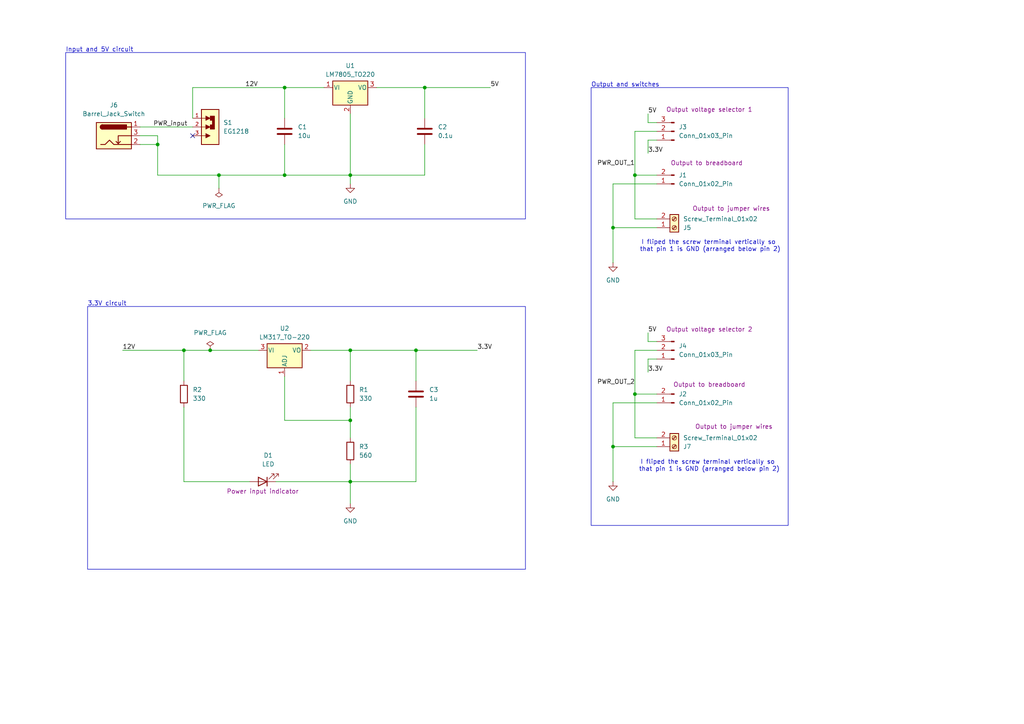
<source format=kicad_sch>
(kicad_sch
	(version 20250114)
	(generator "eeschema")
	(generator_version "9.0")
	(uuid "eb21643b-0f39-4994-baeb-9692cd03038d")
	(paper "A4")
	(title_block
		(title "Breadboard Power Supply")
		(date "2025-09-03")
		(rev "1")
	)
	(lib_symbols
		(symbol "Connector:Barrel_Jack_Switch"
			(pin_names
				(hide yes)
			)
			(exclude_from_sim no)
			(in_bom yes)
			(on_board yes)
			(property "Reference" "J"
				(at 0 5.334 0)
				(effects
					(font
						(size 1.27 1.27)
					)
				)
			)
			(property "Value" "Barrel_Jack_Switch"
				(at 0 -5.08 0)
				(effects
					(font
						(size 1.27 1.27)
					)
				)
			)
			(property "Footprint" ""
				(at 1.27 -1.016 0)
				(effects
					(font
						(size 1.27 1.27)
					)
					(hide yes)
				)
			)
			(property "Datasheet" "~"
				(at 1.27 -1.016 0)
				(effects
					(font
						(size 1.27 1.27)
					)
					(hide yes)
				)
			)
			(property "Description" "DC Barrel Jack with an internal switch"
				(at 0 0 0)
				(effects
					(font
						(size 1.27 1.27)
					)
					(hide yes)
				)
			)
			(property "ki_keywords" "DC power barrel jack connector"
				(at 0 0 0)
				(effects
					(font
						(size 1.27 1.27)
					)
					(hide yes)
				)
			)
			(property "ki_fp_filters" "BarrelJack*"
				(at 0 0 0)
				(effects
					(font
						(size 1.27 1.27)
					)
					(hide yes)
				)
			)
			(symbol "Barrel_Jack_Switch_0_1"
				(rectangle
					(start -5.08 3.81)
					(end 5.08 -3.81)
					(stroke
						(width 0.254)
						(type default)
					)
					(fill
						(type background)
					)
				)
				(polyline
					(pts
						(xy -3.81 -2.54) (xy -2.54 -2.54) (xy -1.27 -1.27) (xy 0 -2.54) (xy 2.54 -2.54) (xy 5.08 -2.54)
					)
					(stroke
						(width 0.254)
						(type default)
					)
					(fill
						(type none)
					)
				)
				(arc
					(start -3.302 1.905)
					(mid -3.9343 2.54)
					(end -3.302 3.175)
					(stroke
						(width 0.254)
						(type default)
					)
					(fill
						(type none)
					)
				)
				(arc
					(start -3.302 1.905)
					(mid -3.9343 2.54)
					(end -3.302 3.175)
					(stroke
						(width 0.254)
						(type default)
					)
					(fill
						(type outline)
					)
				)
				(polyline
					(pts
						(xy 1.27 -2.286) (xy 1.905 -1.651)
					)
					(stroke
						(width 0.254)
						(type default)
					)
					(fill
						(type none)
					)
				)
				(rectangle
					(start 3.683 3.175)
					(end -3.302 1.905)
					(stroke
						(width 0.254)
						(type default)
					)
					(fill
						(type outline)
					)
				)
				(polyline
					(pts
						(xy 5.08 2.54) (xy 3.81 2.54)
					)
					(stroke
						(width 0.254)
						(type default)
					)
					(fill
						(type none)
					)
				)
				(polyline
					(pts
						(xy 5.08 0) (xy 1.27 0) (xy 1.27 -2.286) (xy 0.635 -1.651)
					)
					(stroke
						(width 0.254)
						(type default)
					)
					(fill
						(type none)
					)
				)
			)
			(symbol "Barrel_Jack_Switch_1_1"
				(pin passive line
					(at 7.62 2.54 180)
					(length 2.54)
					(name "~"
						(effects
							(font
								(size 1.27 1.27)
							)
						)
					)
					(number "1"
						(effects
							(font
								(size 1.27 1.27)
							)
						)
					)
				)
				(pin passive line
					(at 7.62 0 180)
					(length 2.54)
					(name "~"
						(effects
							(font
								(size 1.27 1.27)
							)
						)
					)
					(number "3"
						(effects
							(font
								(size 1.27 1.27)
							)
						)
					)
				)
				(pin passive line
					(at 7.62 -2.54 180)
					(length 2.54)
					(name "~"
						(effects
							(font
								(size 1.27 1.27)
							)
						)
					)
					(number "2"
						(effects
							(font
								(size 1.27 1.27)
							)
						)
					)
				)
			)
			(embedded_fonts no)
		)
		(symbol "Connector:Conn_01x02_Pin"
			(pin_names
				(offset 1.016)
				(hide yes)
			)
			(exclude_from_sim no)
			(in_bom yes)
			(on_board yes)
			(property "Reference" "J"
				(at 0 2.54 0)
				(effects
					(font
						(size 1.27 1.27)
					)
				)
			)
			(property "Value" "Conn_01x02_Pin"
				(at 0 -5.08 0)
				(effects
					(font
						(size 1.27 1.27)
					)
				)
			)
			(property "Footprint" ""
				(at 0 0 0)
				(effects
					(font
						(size 1.27 1.27)
					)
					(hide yes)
				)
			)
			(property "Datasheet" "~"
				(at 0 0 0)
				(effects
					(font
						(size 1.27 1.27)
					)
					(hide yes)
				)
			)
			(property "Description" "Generic connector, single row, 01x02, script generated"
				(at 0 0 0)
				(effects
					(font
						(size 1.27 1.27)
					)
					(hide yes)
				)
			)
			(property "ki_locked" ""
				(at 0 0 0)
				(effects
					(font
						(size 1.27 1.27)
					)
				)
			)
			(property "ki_keywords" "connector"
				(at 0 0 0)
				(effects
					(font
						(size 1.27 1.27)
					)
					(hide yes)
				)
			)
			(property "ki_fp_filters" "Connector*:*_1x??_*"
				(at 0 0 0)
				(effects
					(font
						(size 1.27 1.27)
					)
					(hide yes)
				)
			)
			(symbol "Conn_01x02_Pin_1_1"
				(rectangle
					(start 0.8636 0.127)
					(end 0 -0.127)
					(stroke
						(width 0.1524)
						(type default)
					)
					(fill
						(type outline)
					)
				)
				(rectangle
					(start 0.8636 -2.413)
					(end 0 -2.667)
					(stroke
						(width 0.1524)
						(type default)
					)
					(fill
						(type outline)
					)
				)
				(polyline
					(pts
						(xy 1.27 0) (xy 0.8636 0)
					)
					(stroke
						(width 0.1524)
						(type default)
					)
					(fill
						(type none)
					)
				)
				(polyline
					(pts
						(xy 1.27 -2.54) (xy 0.8636 -2.54)
					)
					(stroke
						(width 0.1524)
						(type default)
					)
					(fill
						(type none)
					)
				)
				(pin passive line
					(at 5.08 0 180)
					(length 3.81)
					(name "Pin_1"
						(effects
							(font
								(size 1.27 1.27)
							)
						)
					)
					(number "1"
						(effects
							(font
								(size 1.27 1.27)
							)
						)
					)
				)
				(pin passive line
					(at 5.08 -2.54 180)
					(length 3.81)
					(name "Pin_2"
						(effects
							(font
								(size 1.27 1.27)
							)
						)
					)
					(number "2"
						(effects
							(font
								(size 1.27 1.27)
							)
						)
					)
				)
			)
			(embedded_fonts no)
		)
		(symbol "Connector:Conn_01x03_Pin"
			(pin_names
				(offset 1.016)
				(hide yes)
			)
			(exclude_from_sim no)
			(in_bom yes)
			(on_board yes)
			(property "Reference" "J"
				(at 0 5.08 0)
				(effects
					(font
						(size 1.27 1.27)
					)
				)
			)
			(property "Value" "Conn_01x03_Pin"
				(at 0 -5.08 0)
				(effects
					(font
						(size 1.27 1.27)
					)
				)
			)
			(property "Footprint" ""
				(at 0 0 0)
				(effects
					(font
						(size 1.27 1.27)
					)
					(hide yes)
				)
			)
			(property "Datasheet" "~"
				(at 0 0 0)
				(effects
					(font
						(size 1.27 1.27)
					)
					(hide yes)
				)
			)
			(property "Description" "Generic connector, single row, 01x03, script generated"
				(at 0 0 0)
				(effects
					(font
						(size 1.27 1.27)
					)
					(hide yes)
				)
			)
			(property "ki_locked" ""
				(at 0 0 0)
				(effects
					(font
						(size 1.27 1.27)
					)
				)
			)
			(property "ki_keywords" "connector"
				(at 0 0 0)
				(effects
					(font
						(size 1.27 1.27)
					)
					(hide yes)
				)
			)
			(property "ki_fp_filters" "Connector*:*_1x??_*"
				(at 0 0 0)
				(effects
					(font
						(size 1.27 1.27)
					)
					(hide yes)
				)
			)
			(symbol "Conn_01x03_Pin_1_1"
				(rectangle
					(start 0.8636 2.667)
					(end 0 2.413)
					(stroke
						(width 0.1524)
						(type default)
					)
					(fill
						(type outline)
					)
				)
				(rectangle
					(start 0.8636 0.127)
					(end 0 -0.127)
					(stroke
						(width 0.1524)
						(type default)
					)
					(fill
						(type outline)
					)
				)
				(rectangle
					(start 0.8636 -2.413)
					(end 0 -2.667)
					(stroke
						(width 0.1524)
						(type default)
					)
					(fill
						(type outline)
					)
				)
				(polyline
					(pts
						(xy 1.27 2.54) (xy 0.8636 2.54)
					)
					(stroke
						(width 0.1524)
						(type default)
					)
					(fill
						(type none)
					)
				)
				(polyline
					(pts
						(xy 1.27 0) (xy 0.8636 0)
					)
					(stroke
						(width 0.1524)
						(type default)
					)
					(fill
						(type none)
					)
				)
				(polyline
					(pts
						(xy 1.27 -2.54) (xy 0.8636 -2.54)
					)
					(stroke
						(width 0.1524)
						(type default)
					)
					(fill
						(type none)
					)
				)
				(pin passive line
					(at 5.08 2.54 180)
					(length 3.81)
					(name "Pin_1"
						(effects
							(font
								(size 1.27 1.27)
							)
						)
					)
					(number "1"
						(effects
							(font
								(size 1.27 1.27)
							)
						)
					)
				)
				(pin passive line
					(at 5.08 0 180)
					(length 3.81)
					(name "Pin_2"
						(effects
							(font
								(size 1.27 1.27)
							)
						)
					)
					(number "2"
						(effects
							(font
								(size 1.27 1.27)
							)
						)
					)
				)
				(pin passive line
					(at 5.08 -2.54 180)
					(length 3.81)
					(name "Pin_3"
						(effects
							(font
								(size 1.27 1.27)
							)
						)
					)
					(number "3"
						(effects
							(font
								(size 1.27 1.27)
							)
						)
					)
				)
			)
			(embedded_fonts no)
		)
		(symbol "Connector:Screw_Terminal_01x02"
			(pin_names
				(offset 1.016)
				(hide yes)
			)
			(exclude_from_sim no)
			(in_bom yes)
			(on_board yes)
			(property "Reference" "J"
				(at 0 2.54 0)
				(effects
					(font
						(size 1.27 1.27)
					)
				)
			)
			(property "Value" "Screw_Terminal_01x02"
				(at 0 -5.08 0)
				(effects
					(font
						(size 1.27 1.27)
					)
				)
			)
			(property "Footprint" ""
				(at 0 0 0)
				(effects
					(font
						(size 1.27 1.27)
					)
					(hide yes)
				)
			)
			(property "Datasheet" "~"
				(at 0 0 0)
				(effects
					(font
						(size 1.27 1.27)
					)
					(hide yes)
				)
			)
			(property "Description" "Generic screw terminal, single row, 01x02, script generated (kicad-library-utils/schlib/autogen/connector/)"
				(at 0 0 0)
				(effects
					(font
						(size 1.27 1.27)
					)
					(hide yes)
				)
			)
			(property "ki_keywords" "screw terminal"
				(at 0 0 0)
				(effects
					(font
						(size 1.27 1.27)
					)
					(hide yes)
				)
			)
			(property "ki_fp_filters" "TerminalBlock*:*"
				(at 0 0 0)
				(effects
					(font
						(size 1.27 1.27)
					)
					(hide yes)
				)
			)
			(symbol "Screw_Terminal_01x02_1_1"
				(rectangle
					(start -1.27 1.27)
					(end 1.27 -3.81)
					(stroke
						(width 0.254)
						(type default)
					)
					(fill
						(type background)
					)
				)
				(polyline
					(pts
						(xy -0.5334 0.3302) (xy 0.3302 -0.508)
					)
					(stroke
						(width 0.1524)
						(type default)
					)
					(fill
						(type none)
					)
				)
				(polyline
					(pts
						(xy -0.5334 -2.2098) (xy 0.3302 -3.048)
					)
					(stroke
						(width 0.1524)
						(type default)
					)
					(fill
						(type none)
					)
				)
				(polyline
					(pts
						(xy -0.3556 0.508) (xy 0.508 -0.3302)
					)
					(stroke
						(width 0.1524)
						(type default)
					)
					(fill
						(type none)
					)
				)
				(polyline
					(pts
						(xy -0.3556 -2.032) (xy 0.508 -2.8702)
					)
					(stroke
						(width 0.1524)
						(type default)
					)
					(fill
						(type none)
					)
				)
				(circle
					(center 0 0)
					(radius 0.635)
					(stroke
						(width 0.1524)
						(type default)
					)
					(fill
						(type none)
					)
				)
				(circle
					(center 0 -2.54)
					(radius 0.635)
					(stroke
						(width 0.1524)
						(type default)
					)
					(fill
						(type none)
					)
				)
				(pin passive line
					(at -5.08 0 0)
					(length 3.81)
					(name "Pin_1"
						(effects
							(font
								(size 1.27 1.27)
							)
						)
					)
					(number "1"
						(effects
							(font
								(size 1.27 1.27)
							)
						)
					)
				)
				(pin passive line
					(at -5.08 -2.54 0)
					(length 3.81)
					(name "Pin_2"
						(effects
							(font
								(size 1.27 1.27)
							)
						)
					)
					(number "2"
						(effects
							(font
								(size 1.27 1.27)
							)
						)
					)
				)
			)
			(embedded_fonts no)
		)
		(symbol "Device:C"
			(pin_numbers
				(hide yes)
			)
			(pin_names
				(offset 0.254)
			)
			(exclude_from_sim no)
			(in_bom yes)
			(on_board yes)
			(property "Reference" "C"
				(at 0.635 2.54 0)
				(effects
					(font
						(size 1.27 1.27)
					)
					(justify left)
				)
			)
			(property "Value" "C"
				(at 0.635 -2.54 0)
				(effects
					(font
						(size 1.27 1.27)
					)
					(justify left)
				)
			)
			(property "Footprint" ""
				(at 0.9652 -3.81 0)
				(effects
					(font
						(size 1.27 1.27)
					)
					(hide yes)
				)
			)
			(property "Datasheet" "~"
				(at 0 0 0)
				(effects
					(font
						(size 1.27 1.27)
					)
					(hide yes)
				)
			)
			(property "Description" "Unpolarized capacitor"
				(at 0 0 0)
				(effects
					(font
						(size 1.27 1.27)
					)
					(hide yes)
				)
			)
			(property "ki_keywords" "cap capacitor"
				(at 0 0 0)
				(effects
					(font
						(size 1.27 1.27)
					)
					(hide yes)
				)
			)
			(property "ki_fp_filters" "C_*"
				(at 0 0 0)
				(effects
					(font
						(size 1.27 1.27)
					)
					(hide yes)
				)
			)
			(symbol "C_0_1"
				(polyline
					(pts
						(xy -2.032 0.762) (xy 2.032 0.762)
					)
					(stroke
						(width 0.508)
						(type default)
					)
					(fill
						(type none)
					)
				)
				(polyline
					(pts
						(xy -2.032 -0.762) (xy 2.032 -0.762)
					)
					(stroke
						(width 0.508)
						(type default)
					)
					(fill
						(type none)
					)
				)
			)
			(symbol "C_1_1"
				(pin passive line
					(at 0 3.81 270)
					(length 2.794)
					(name "~"
						(effects
							(font
								(size 1.27 1.27)
							)
						)
					)
					(number "1"
						(effects
							(font
								(size 1.27 1.27)
							)
						)
					)
				)
				(pin passive line
					(at 0 -3.81 90)
					(length 2.794)
					(name "~"
						(effects
							(font
								(size 1.27 1.27)
							)
						)
					)
					(number "2"
						(effects
							(font
								(size 1.27 1.27)
							)
						)
					)
				)
			)
			(embedded_fonts no)
		)
		(symbol "Device:LED"
			(pin_numbers
				(hide yes)
			)
			(pin_names
				(offset 1.016)
				(hide yes)
			)
			(exclude_from_sim no)
			(in_bom yes)
			(on_board yes)
			(property "Reference" "D"
				(at 0 2.54 0)
				(effects
					(font
						(size 1.27 1.27)
					)
				)
			)
			(property "Value" "LED"
				(at 0 -2.54 0)
				(effects
					(font
						(size 1.27 1.27)
					)
				)
			)
			(property "Footprint" ""
				(at 0 0 0)
				(effects
					(font
						(size 1.27 1.27)
					)
					(hide yes)
				)
			)
			(property "Datasheet" "~"
				(at 0 0 0)
				(effects
					(font
						(size 1.27 1.27)
					)
					(hide yes)
				)
			)
			(property "Description" "Light emitting diode"
				(at 0 0 0)
				(effects
					(font
						(size 1.27 1.27)
					)
					(hide yes)
				)
			)
			(property "Sim.Pins" "1=K 2=A"
				(at 0 0 0)
				(effects
					(font
						(size 1.27 1.27)
					)
					(hide yes)
				)
			)
			(property "ki_keywords" "LED diode"
				(at 0 0 0)
				(effects
					(font
						(size 1.27 1.27)
					)
					(hide yes)
				)
			)
			(property "ki_fp_filters" "LED* LED_SMD:* LED_THT:*"
				(at 0 0 0)
				(effects
					(font
						(size 1.27 1.27)
					)
					(hide yes)
				)
			)
			(symbol "LED_0_1"
				(polyline
					(pts
						(xy -3.048 -0.762) (xy -4.572 -2.286) (xy -3.81 -2.286) (xy -4.572 -2.286) (xy -4.572 -1.524)
					)
					(stroke
						(width 0)
						(type default)
					)
					(fill
						(type none)
					)
				)
				(polyline
					(pts
						(xy -1.778 -0.762) (xy -3.302 -2.286) (xy -2.54 -2.286) (xy -3.302 -2.286) (xy -3.302 -1.524)
					)
					(stroke
						(width 0)
						(type default)
					)
					(fill
						(type none)
					)
				)
				(polyline
					(pts
						(xy -1.27 0) (xy 1.27 0)
					)
					(stroke
						(width 0)
						(type default)
					)
					(fill
						(type none)
					)
				)
				(polyline
					(pts
						(xy -1.27 -1.27) (xy -1.27 1.27)
					)
					(stroke
						(width 0.254)
						(type default)
					)
					(fill
						(type none)
					)
				)
				(polyline
					(pts
						(xy 1.27 -1.27) (xy 1.27 1.27) (xy -1.27 0) (xy 1.27 -1.27)
					)
					(stroke
						(width 0.254)
						(type default)
					)
					(fill
						(type none)
					)
				)
			)
			(symbol "LED_1_1"
				(pin passive line
					(at -3.81 0 0)
					(length 2.54)
					(name "K"
						(effects
							(font
								(size 1.27 1.27)
							)
						)
					)
					(number "1"
						(effects
							(font
								(size 1.27 1.27)
							)
						)
					)
				)
				(pin passive line
					(at 3.81 0 180)
					(length 2.54)
					(name "A"
						(effects
							(font
								(size 1.27 1.27)
							)
						)
					)
					(number "2"
						(effects
							(font
								(size 1.27 1.27)
							)
						)
					)
				)
			)
			(embedded_fonts no)
		)
		(symbol "Device:R"
			(pin_numbers
				(hide yes)
			)
			(pin_names
				(offset 0)
			)
			(exclude_from_sim no)
			(in_bom yes)
			(on_board yes)
			(property "Reference" "R"
				(at 2.032 0 90)
				(effects
					(font
						(size 1.27 1.27)
					)
				)
			)
			(property "Value" "R"
				(at 0 0 90)
				(effects
					(font
						(size 1.27 1.27)
					)
				)
			)
			(property "Footprint" ""
				(at -1.778 0 90)
				(effects
					(font
						(size 1.27 1.27)
					)
					(hide yes)
				)
			)
			(property "Datasheet" "~"
				(at 0 0 0)
				(effects
					(font
						(size 1.27 1.27)
					)
					(hide yes)
				)
			)
			(property "Description" "Resistor"
				(at 0 0 0)
				(effects
					(font
						(size 1.27 1.27)
					)
					(hide yes)
				)
			)
			(property "ki_keywords" "R res resistor"
				(at 0 0 0)
				(effects
					(font
						(size 1.27 1.27)
					)
					(hide yes)
				)
			)
			(property "ki_fp_filters" "R_*"
				(at 0 0 0)
				(effects
					(font
						(size 1.27 1.27)
					)
					(hide yes)
				)
			)
			(symbol "R_0_1"
				(rectangle
					(start -1.016 -2.54)
					(end 1.016 2.54)
					(stroke
						(width 0.254)
						(type default)
					)
					(fill
						(type none)
					)
				)
			)
			(symbol "R_1_1"
				(pin passive line
					(at 0 3.81 270)
					(length 1.27)
					(name "~"
						(effects
							(font
								(size 1.27 1.27)
							)
						)
					)
					(number "1"
						(effects
							(font
								(size 1.27 1.27)
							)
						)
					)
				)
				(pin passive line
					(at 0 -3.81 90)
					(length 1.27)
					(name "~"
						(effects
							(font
								(size 1.27 1.27)
							)
						)
					)
					(number "2"
						(effects
							(font
								(size 1.27 1.27)
							)
						)
					)
				)
			)
			(embedded_fonts no)
		)
		(symbol "EG1218:EG1218"
			(pin_names
				(offset 1.016)
			)
			(exclude_from_sim no)
			(in_bom yes)
			(on_board yes)
			(property "Reference" "S"
				(at -5.08 5.842 0)
				(effects
					(font
						(size 1.27 1.27)
					)
					(justify left bottom)
				)
			)
			(property "Value" "EG1218"
				(at -5.08 -7.62 0)
				(effects
					(font
						(size 1.27 1.27)
					)
					(justify left bottom)
				)
			)
			(property "Footprint" "EG1218:SW_EG1218"
				(at 0 0 0)
				(effects
					(font
						(size 1.27 1.27)
					)
					(justify bottom)
					(hide yes)
				)
			)
			(property "Datasheet" ""
				(at 0 0 0)
				(effects
					(font
						(size 1.27 1.27)
					)
					(hide yes)
				)
			)
			(property "Description" "Slide Switch SPDT Through Hole"
				(at 0 0 0)
				(effects
					(font
						(size 1.27 1.27)
					)
					(justify bottom)
					(hide yes)
				)
			)
			(property "MF" "E-Switch"
				(at 0 0 0)
				(effects
					(font
						(size 1.27 1.27)
					)
					(justify bottom)
					(hide yes)
				)
			)
			(property "PACKAGE" "None"
				(at 0 0 0)
				(effects
					(font
						(size 1.27 1.27)
					)
					(justify bottom)
					(hide yes)
				)
			)
			(property "PRICE" "None"
				(at 0 0 0)
				(effects
					(font
						(size 1.27 1.27)
					)
					(justify bottom)
					(hide yes)
				)
			)
			(property "MP" "EG1218"
				(at 0 0 0)
				(effects
					(font
						(size 1.27 1.27)
					)
					(justify bottom)
					(hide yes)
				)
			)
			(property "AVAILABILITY" "In Stock"
				(at 0 0 0)
				(effects
					(font
						(size 1.27 1.27)
					)
					(justify bottom)
					(hide yes)
				)
			)
			(property "PURCHASE-URL" "https://pricing.snapeda.com/search/part/EG1218/?ref=eda"
				(at 0 0 0)
				(effects
					(font
						(size 1.27 1.27)
					)
					(justify bottom)
					(hide yes)
				)
			)
			(symbol "EG1218_0_0"
				(polyline
					(pts
						(xy -2.54 2.54) (xy -1.27 2.54)
					)
					(stroke
						(width 0.1524)
						(type default)
					)
					(fill
						(type none)
					)
				)
				(polyline
					(pts
						(xy -2.54 0) (xy -1.27 0)
					)
					(stroke
						(width 0.1524)
						(type default)
					)
					(fill
						(type none)
					)
				)
				(polyline
					(pts
						(xy -2.54 -2.54) (xy -1.27 -2.54)
					)
					(stroke
						(width 0.1524)
						(type default)
					)
					(fill
						(type none)
					)
				)
				(rectangle
					(start -2.54 -5.08)
					(end 2.54 5.08)
					(stroke
						(width 0.254)
						(type default)
					)
					(fill
						(type background)
					)
				)
				(polyline
					(pts
						(xy -1.27 3.175) (xy -1.27 1.905) (xy 0 2.54) (xy -1.27 3.175)
					)
					(stroke
						(width 0.1524)
						(type default)
					)
					(fill
						(type outline)
					)
				)
				(polyline
					(pts
						(xy -1.27 0.635) (xy -1.27 -0.635) (xy 0 0) (xy -1.27 0.635)
					)
					(stroke
						(width 0.1524)
						(type default)
					)
					(fill
						(type outline)
					)
				)
				(polyline
					(pts
						(xy -1.27 -1.905) (xy -1.27 -3.175) (xy 0 -2.54) (xy -1.27 -1.905)
					)
					(stroke
						(width 0.1524)
						(type default)
					)
					(fill
						(type outline)
					)
				)
				(polyline
					(pts
						(xy 0 1.905) (xy 0 3.175) (xy 1.27 3.175) (xy 1.27 -0.635) (xy 0 -0.635) (xy 0 0.635) (xy 0.635 0.635)
						(xy 0.635 1.905) (xy 0 1.905)
					)
					(stroke
						(width 0.1524)
						(type default)
					)
					(fill
						(type outline)
					)
				)
				(pin passive line
					(at -5.08 2.54 0)
					(length 2.54)
					(name "~"
						(effects
							(font
								(size 1.016 1.016)
							)
						)
					)
					(number "1"
						(effects
							(font
								(size 1.016 1.016)
							)
						)
					)
				)
				(pin passive line
					(at -5.08 0 0)
					(length 2.54)
					(name "~"
						(effects
							(font
								(size 1.016 1.016)
							)
						)
					)
					(number "2"
						(effects
							(font
								(size 1.016 1.016)
							)
						)
					)
				)
				(pin passive line
					(at -5.08 -2.54 0)
					(length 2.54)
					(name "~"
						(effects
							(font
								(size 1.016 1.016)
							)
						)
					)
					(number "3"
						(effects
							(font
								(size 1.016 1.016)
							)
						)
					)
				)
			)
			(embedded_fonts no)
		)
		(symbol "Regulator_Linear:LM317_TO-220"
			(pin_names
				(offset 0.254)
			)
			(exclude_from_sim no)
			(in_bom yes)
			(on_board yes)
			(property "Reference" "U"
				(at -3.81 3.175 0)
				(effects
					(font
						(size 1.27 1.27)
					)
				)
			)
			(property "Value" "LM317_TO-220"
				(at 0 3.175 0)
				(effects
					(font
						(size 1.27 1.27)
					)
					(justify left)
				)
			)
			(property "Footprint" "Package_TO_SOT_THT:TO-220-3_Vertical"
				(at 0 6.35 0)
				(effects
					(font
						(size 1.27 1.27)
						(italic yes)
					)
					(hide yes)
				)
			)
			(property "Datasheet" "http://www.ti.com/lit/ds/symlink/lm317.pdf"
				(at 0 0 0)
				(effects
					(font
						(size 1.27 1.27)
					)
					(hide yes)
				)
			)
			(property "Description" "1.5A 35V Adjustable Linear Regulator, TO-220"
				(at 0 0 0)
				(effects
					(font
						(size 1.27 1.27)
					)
					(hide yes)
				)
			)
			(property "ki_keywords" "Adjustable Voltage Regulator 1A Positive"
				(at 0 0 0)
				(effects
					(font
						(size 1.27 1.27)
					)
					(hide yes)
				)
			)
			(property "ki_fp_filters" "TO?220*"
				(at 0 0 0)
				(effects
					(font
						(size 1.27 1.27)
					)
					(hide yes)
				)
			)
			(symbol "LM317_TO-220_0_1"
				(rectangle
					(start -5.08 1.905)
					(end 5.08 -5.08)
					(stroke
						(width 0.254)
						(type default)
					)
					(fill
						(type background)
					)
				)
			)
			(symbol "LM317_TO-220_1_1"
				(pin power_in line
					(at -7.62 0 0)
					(length 2.54)
					(name "VI"
						(effects
							(font
								(size 1.27 1.27)
							)
						)
					)
					(number "3"
						(effects
							(font
								(size 1.27 1.27)
							)
						)
					)
				)
				(pin input line
					(at 0 -7.62 90)
					(length 2.54)
					(name "ADJ"
						(effects
							(font
								(size 1.27 1.27)
							)
						)
					)
					(number "1"
						(effects
							(font
								(size 1.27 1.27)
							)
						)
					)
				)
				(pin power_out line
					(at 7.62 0 180)
					(length 2.54)
					(name "VO"
						(effects
							(font
								(size 1.27 1.27)
							)
						)
					)
					(number "2"
						(effects
							(font
								(size 1.27 1.27)
							)
						)
					)
				)
			)
			(embedded_fonts no)
		)
		(symbol "Regulator_Linear:LM7805_TO220"
			(pin_names
				(offset 0.254)
			)
			(exclude_from_sim no)
			(in_bom yes)
			(on_board yes)
			(property "Reference" "U"
				(at -3.81 3.175 0)
				(effects
					(font
						(size 1.27 1.27)
					)
				)
			)
			(property "Value" "LM7805_TO220"
				(at 0 3.175 0)
				(effects
					(font
						(size 1.27 1.27)
					)
					(justify left)
				)
			)
			(property "Footprint" "Package_TO_SOT_THT:TO-220-3_Vertical"
				(at 0 5.715 0)
				(effects
					(font
						(size 1.27 1.27)
						(italic yes)
					)
					(hide yes)
				)
			)
			(property "Datasheet" "https://www.onsemi.cn/PowerSolutions/document/MC7800-D.PDF"
				(at 0 -1.27 0)
				(effects
					(font
						(size 1.27 1.27)
					)
					(hide yes)
				)
			)
			(property "Description" "Positive 1A 35V Linear Regulator, Fixed Output 5V, TO-220"
				(at 0 0 0)
				(effects
					(font
						(size 1.27 1.27)
					)
					(hide yes)
				)
			)
			(property "ki_keywords" "Voltage Regulator 1A Positive"
				(at 0 0 0)
				(effects
					(font
						(size 1.27 1.27)
					)
					(hide yes)
				)
			)
			(property "ki_fp_filters" "TO?220*"
				(at 0 0 0)
				(effects
					(font
						(size 1.27 1.27)
					)
					(hide yes)
				)
			)
			(symbol "LM7805_TO220_0_1"
				(rectangle
					(start -5.08 1.905)
					(end 5.08 -5.08)
					(stroke
						(width 0.254)
						(type default)
					)
					(fill
						(type background)
					)
				)
			)
			(symbol "LM7805_TO220_1_1"
				(pin power_in line
					(at -7.62 0 0)
					(length 2.54)
					(name "VI"
						(effects
							(font
								(size 1.27 1.27)
							)
						)
					)
					(number "1"
						(effects
							(font
								(size 1.27 1.27)
							)
						)
					)
				)
				(pin power_in line
					(at 0 -7.62 90)
					(length 2.54)
					(name "GND"
						(effects
							(font
								(size 1.27 1.27)
							)
						)
					)
					(number "2"
						(effects
							(font
								(size 1.27 1.27)
							)
						)
					)
				)
				(pin power_out line
					(at 7.62 0 180)
					(length 2.54)
					(name "VO"
						(effects
							(font
								(size 1.27 1.27)
							)
						)
					)
					(number "3"
						(effects
							(font
								(size 1.27 1.27)
							)
						)
					)
				)
			)
			(embedded_fonts no)
		)
		(symbol "power:GND"
			(power)
			(pin_numbers
				(hide yes)
			)
			(pin_names
				(offset 0)
				(hide yes)
			)
			(exclude_from_sim no)
			(in_bom yes)
			(on_board yes)
			(property "Reference" "#PWR"
				(at 0 -6.35 0)
				(effects
					(font
						(size 1.27 1.27)
					)
					(hide yes)
				)
			)
			(property "Value" "GND"
				(at 0 -3.81 0)
				(effects
					(font
						(size 1.27 1.27)
					)
				)
			)
			(property "Footprint" ""
				(at 0 0 0)
				(effects
					(font
						(size 1.27 1.27)
					)
					(hide yes)
				)
			)
			(property "Datasheet" ""
				(at 0 0 0)
				(effects
					(font
						(size 1.27 1.27)
					)
					(hide yes)
				)
			)
			(property "Description" "Power symbol creates a global label with name \"GND\" , ground"
				(at 0 0 0)
				(effects
					(font
						(size 1.27 1.27)
					)
					(hide yes)
				)
			)
			(property "ki_keywords" "global power"
				(at 0 0 0)
				(effects
					(font
						(size 1.27 1.27)
					)
					(hide yes)
				)
			)
			(symbol "GND_0_1"
				(polyline
					(pts
						(xy 0 0) (xy 0 -1.27) (xy 1.27 -1.27) (xy 0 -2.54) (xy -1.27 -1.27) (xy 0 -1.27)
					)
					(stroke
						(width 0)
						(type default)
					)
					(fill
						(type none)
					)
				)
			)
			(symbol "GND_1_1"
				(pin power_in line
					(at 0 0 270)
					(length 0)
					(name "~"
						(effects
							(font
								(size 1.27 1.27)
							)
						)
					)
					(number "1"
						(effects
							(font
								(size 1.27 1.27)
							)
						)
					)
				)
			)
			(embedded_fonts no)
		)
		(symbol "power:PWR_FLAG"
			(power)
			(pin_numbers
				(hide yes)
			)
			(pin_names
				(offset 0)
				(hide yes)
			)
			(exclude_from_sim no)
			(in_bom yes)
			(on_board yes)
			(property "Reference" "#FLG"
				(at 0 1.905 0)
				(effects
					(font
						(size 1.27 1.27)
					)
					(hide yes)
				)
			)
			(property "Value" "PWR_FLAG"
				(at 0 3.81 0)
				(effects
					(font
						(size 1.27 1.27)
					)
				)
			)
			(property "Footprint" ""
				(at 0 0 0)
				(effects
					(font
						(size 1.27 1.27)
					)
					(hide yes)
				)
			)
			(property "Datasheet" "~"
				(at 0 0 0)
				(effects
					(font
						(size 1.27 1.27)
					)
					(hide yes)
				)
			)
			(property "Description" "Special symbol for telling ERC where power comes from"
				(at 0 0 0)
				(effects
					(font
						(size 1.27 1.27)
					)
					(hide yes)
				)
			)
			(property "ki_keywords" "flag power"
				(at 0 0 0)
				(effects
					(font
						(size 1.27 1.27)
					)
					(hide yes)
				)
			)
			(symbol "PWR_FLAG_0_0"
				(pin power_out line
					(at 0 0 90)
					(length 0)
					(name "~"
						(effects
							(font
								(size 1.27 1.27)
							)
						)
					)
					(number "1"
						(effects
							(font
								(size 1.27 1.27)
							)
						)
					)
				)
			)
			(symbol "PWR_FLAG_0_1"
				(polyline
					(pts
						(xy 0 0) (xy 0 1.27) (xy -1.016 1.905) (xy 0 2.54) (xy 1.016 1.905) (xy 0 1.27)
					)
					(stroke
						(width 0)
						(type default)
					)
					(fill
						(type none)
					)
				)
			)
			(embedded_fonts no)
		)
	)
	(rectangle
		(start 19.05 15.24)
		(end 152.4 63.5)
		(stroke
			(width 0)
			(type default)
		)
		(fill
			(type none)
		)
		(uuid 96324cba-953e-4fb5-83dd-f5008edef1df)
	)
	(rectangle
		(start 25.4 88.9)
		(end 152.4 165.1)
		(stroke
			(width 0)
			(type default)
		)
		(fill
			(type none)
		)
		(uuid a27173cf-a803-4e8b-91d2-78ca48fdea2e)
	)
	(rectangle
		(start 171.45 25.4)
		(end 228.6 152.4)
		(stroke
			(width 0)
			(type default)
		)
		(fill
			(type none)
		)
		(uuid a3994382-8e37-4b97-bae2-34bde7dee92b)
	)
	(text "I fliped the screw terminal vertically so \nthat pin 1 is GND (arranged below pin 2)"
		(exclude_from_sim no)
		(at 205.74 135.128 0)
		(effects
			(font
				(size 1.27 1.27)
			)
		)
		(uuid "1d951521-814d-4c36-aceb-d1a6de8d98a5")
	)
	(text "I fliped the screw terminal vertically so \nthat pin 1 is GND (arranged below pin 2)"
		(exclude_from_sim no)
		(at 205.994 71.374 0)
		(effects
			(font
				(size 1.27 1.27)
			)
		)
		(uuid "232d8a06-7618-4a01-a1fc-a598ab928089")
	)
	(text "Input and 5V circuit"
		(exclude_from_sim no)
		(at 19.05 15.24 0)
		(effects
			(font
				(size 1.27 1.27)
			)
			(justify left bottom)
		)
		(uuid "c30d7f16-9542-4a82-a743-726b156c1e1a")
	)
	(text "Output and switches"
		(exclude_from_sim no)
		(at 171.45 25.4 0)
		(effects
			(font
				(size 1.27 1.27)
			)
			(justify left bottom)
		)
		(uuid "c8b4f539-d900-4eb0-b6c6-c862086b3191")
	)
	(text "3.3V circuit"
		(exclude_from_sim no)
		(at 25.4 88.9 0)
		(effects
			(font
				(size 1.27 1.27)
			)
			(justify left bottom)
		)
		(uuid "cc6781bc-9f94-4ea6-84f5-952c4842d359")
	)
	(junction
		(at 101.6 121.92)
		(diameter 0)
		(color 0 0 0 0)
		(uuid "2b2241d0-8651-40fa-a689-5070ce28d784")
	)
	(junction
		(at 82.55 50.8)
		(diameter 0)
		(color 0 0 0 0)
		(uuid "425e31a1-1c21-4966-a9fc-bb9d3c630047")
	)
	(junction
		(at 101.6 101.6)
		(diameter 0)
		(color 0 0 0 0)
		(uuid "4d1891da-f786-4329-984d-fa2190b9c3ff")
	)
	(junction
		(at 123.19 25.4)
		(diameter 0)
		(color 0 0 0 0)
		(uuid "5b89b536-cb29-4656-9155-db03b0f5333e")
	)
	(junction
		(at 82.55 25.4)
		(diameter 0)
		(color 0 0 0 0)
		(uuid "5ebf0cdb-0b8a-486a-9655-edb8e9fd379f")
	)
	(junction
		(at 184.15 114.3)
		(diameter 0)
		(color 0 0 0 0)
		(uuid "6509c336-d3d3-4792-8346-40968a3dc0b4")
	)
	(junction
		(at 101.6 50.8)
		(diameter 0)
		(color 0 0 0 0)
		(uuid "6a424615-b127-429a-b0f9-89c82f14060a")
	)
	(junction
		(at 184.15 50.8)
		(diameter 0)
		(color 0 0 0 0)
		(uuid "6e0339af-764b-4698-a1f3-bb4155f1e712")
	)
	(junction
		(at 101.6 139.7)
		(diameter 0)
		(color 0 0 0 0)
		(uuid "771e7a57-c9a2-4847-a9ab-abb97277c5e6")
	)
	(junction
		(at 177.8 66.04)
		(diameter 0)
		(color 0 0 0 0)
		(uuid "7fa6dc55-2dcd-41df-aee5-91c898aab8a5")
	)
	(junction
		(at 53.34 101.6)
		(diameter 0)
		(color 0 0 0 0)
		(uuid "878d2c34-f73d-4d90-9cca-d553c9c1bbe9")
	)
	(junction
		(at 63.5 50.8)
		(diameter 0)
		(color 0 0 0 0)
		(uuid "931e3efa-d6c0-482a-a34b-3668d630b146")
	)
	(junction
		(at 60.96 101.6)
		(diameter 0)
		(color 0 0 0 0)
		(uuid "bceee784-8d22-4201-92ae-812b18a96f2e")
	)
	(junction
		(at 45.72 41.91)
		(diameter 0)
		(color 0 0 0 0)
		(uuid "c8466bad-9f7e-4383-ad89-16381ba2e358")
	)
	(junction
		(at 120.65 101.6)
		(diameter 0)
		(color 0 0 0 0)
		(uuid "d22f03f6-ee6a-4372-9a84-080b7d9f681f")
	)
	(junction
		(at 177.8 129.54)
		(diameter 0)
		(color 0 0 0 0)
		(uuid "d80ffb49-a612-4168-afe0-6e8f107df25e")
	)
	(no_connect
		(at 55.88 39.37)
		(uuid "f12c45f1-4093-4667-8ce2-555ad1e6db5a")
	)
	(wire
		(pts
			(xy 120.65 101.6) (xy 138.43 101.6)
		)
		(stroke
			(width 0)
			(type default)
		)
		(uuid "033fe54c-d6ce-4520-9b4f-993f7c242339")
	)
	(wire
		(pts
			(xy 120.65 101.6) (xy 120.65 110.49)
		)
		(stroke
			(width 0)
			(type default)
		)
		(uuid "04bea51e-ac08-4c41-8300-d0163797aba8")
	)
	(wire
		(pts
			(xy 40.64 41.91) (xy 45.72 41.91)
		)
		(stroke
			(width 0)
			(type default)
		)
		(uuid "06216a3f-8ea8-4808-82e5-aa1b18a9892f")
	)
	(wire
		(pts
			(xy 101.6 139.7) (xy 101.6 146.05)
		)
		(stroke
			(width 0)
			(type default)
		)
		(uuid "07235409-c491-422b-a84a-6edf89997503")
	)
	(wire
		(pts
			(xy 187.96 33.02) (xy 187.96 35.56)
		)
		(stroke
			(width 0)
			(type default)
		)
		(uuid "0a68e9a5-d938-457b-9623-4eca0e5677da")
	)
	(wire
		(pts
			(xy 190.5 116.84) (xy 177.8 116.84)
		)
		(stroke
			(width 0)
			(type default)
		)
		(uuid "0d203373-6a3e-4ed3-8991-e1862c1b0732")
	)
	(wire
		(pts
			(xy 101.6 33.02) (xy 101.6 50.8)
		)
		(stroke
			(width 0)
			(type default)
		)
		(uuid "0f1838e6-f7ca-4661-901c-810c11c75eb6")
	)
	(wire
		(pts
			(xy 101.6 118.11) (xy 101.6 121.92)
		)
		(stroke
			(width 0)
			(type default)
		)
		(uuid "0f981481-06d3-4c19-8d5f-ce60642e7467")
	)
	(wire
		(pts
			(xy 184.15 50.8) (xy 184.15 63.5)
		)
		(stroke
			(width 0)
			(type default)
		)
		(uuid "16004781-620d-49df-92c8-195955443ff9")
	)
	(wire
		(pts
			(xy 187.96 96.52) (xy 187.96 99.06)
		)
		(stroke
			(width 0)
			(type default)
		)
		(uuid "1a421e8a-305b-4167-b7e5-d08436abe28c")
	)
	(wire
		(pts
			(xy 190.5 99.06) (xy 187.96 99.06)
		)
		(stroke
			(width 0)
			(type default)
		)
		(uuid "204f9eb6-3264-469f-85ce-551dd0eac735")
	)
	(wire
		(pts
			(xy 184.15 38.1) (xy 184.15 50.8)
		)
		(stroke
			(width 0)
			(type default)
		)
		(uuid "210e8fa5-c48c-4ce5-b006-69d4996d60f4")
	)
	(wire
		(pts
			(xy 190.5 66.04) (xy 177.8 66.04)
		)
		(stroke
			(width 0)
			(type default)
		)
		(uuid "2c2779c3-383c-4639-8bda-41a7d8c8922c")
	)
	(wire
		(pts
			(xy 101.6 101.6) (xy 101.6 110.49)
		)
		(stroke
			(width 0)
			(type default)
		)
		(uuid "305a6e50-ea7e-41e0-b188-c9d96c927a95")
	)
	(wire
		(pts
			(xy 55.88 34.29) (xy 55.88 25.4)
		)
		(stroke
			(width 0)
			(type default)
		)
		(uuid "327d047b-3ebe-49fa-94ed-cf3e91c16a23")
	)
	(wire
		(pts
			(xy 177.8 116.84) (xy 177.8 129.54)
		)
		(stroke
			(width 0)
			(type default)
		)
		(uuid "36053c8b-fed5-491c-b13f-3992bce7b707")
	)
	(wire
		(pts
			(xy 101.6 53.34) (xy 101.6 50.8)
		)
		(stroke
			(width 0)
			(type default)
		)
		(uuid "394e72d9-fbeb-459c-b363-f42dd1d1df5f")
	)
	(wire
		(pts
			(xy 82.55 121.92) (xy 101.6 121.92)
		)
		(stroke
			(width 0)
			(type default)
		)
		(uuid "3caf1617-8ace-44c2-acb7-8c2c0c648e92")
	)
	(wire
		(pts
			(xy 101.6 101.6) (xy 120.65 101.6)
		)
		(stroke
			(width 0)
			(type default)
		)
		(uuid "4078c501-ce14-40e5-8e66-7de0127742da")
	)
	(wire
		(pts
			(xy 63.5 50.8) (xy 63.5 54.61)
		)
		(stroke
			(width 0)
			(type default)
		)
		(uuid "4bcd5f91-ca06-4cbd-b999-66a0d1a54649")
	)
	(wire
		(pts
			(xy 35.56 101.6) (xy 53.34 101.6)
		)
		(stroke
			(width 0)
			(type default)
		)
		(uuid "4e0e4c4e-85d5-47e2-ad1e-9ff353d7878f")
	)
	(wire
		(pts
			(xy 45.72 41.91) (xy 45.72 50.8)
		)
		(stroke
			(width 0)
			(type default)
		)
		(uuid "5f8f9da6-bbff-4096-b63b-aa67f51ac661")
	)
	(wire
		(pts
			(xy 53.34 118.11) (xy 53.34 139.7)
		)
		(stroke
			(width 0)
			(type default)
		)
		(uuid "60c57b53-afd0-4d43-841d-4272149b88ab")
	)
	(wire
		(pts
			(xy 177.8 53.34) (xy 177.8 66.04)
		)
		(stroke
			(width 0)
			(type default)
		)
		(uuid "625efe19-239b-49fd-9312-2ecc4bbe9f4c")
	)
	(wire
		(pts
			(xy 101.6 139.7) (xy 120.65 139.7)
		)
		(stroke
			(width 0)
			(type default)
		)
		(uuid "62a3926a-29fc-4c8a-9a83-2203cea8d51d")
	)
	(wire
		(pts
			(xy 53.34 101.6) (xy 53.34 110.49)
		)
		(stroke
			(width 0)
			(type default)
		)
		(uuid "630f3bcd-c2ac-4c8d-8859-113ab3ba1a67")
	)
	(wire
		(pts
			(xy 55.88 25.4) (xy 82.55 25.4)
		)
		(stroke
			(width 0)
			(type default)
		)
		(uuid "63776402-437e-4517-852f-8888d0b05cf4")
	)
	(wire
		(pts
			(xy 123.19 41.91) (xy 123.19 50.8)
		)
		(stroke
			(width 0)
			(type default)
		)
		(uuid "67472b41-c01d-4fb0-850f-81490cdd8206")
	)
	(wire
		(pts
			(xy 40.64 39.37) (xy 45.72 39.37)
		)
		(stroke
			(width 0)
			(type default)
		)
		(uuid "6e633927-59fa-4d6f-a8fc-d3c3b5171e68")
	)
	(wire
		(pts
			(xy 123.19 25.4) (xy 142.24 25.4)
		)
		(stroke
			(width 0)
			(type default)
		)
		(uuid "7090271b-23f0-45f0-9cf3-fd3968984e14")
	)
	(wire
		(pts
			(xy 60.96 101.6) (xy 74.93 101.6)
		)
		(stroke
			(width 0)
			(type default)
		)
		(uuid "77aa02cc-4bda-4e7b-979d-1054e03518f4")
	)
	(wire
		(pts
			(xy 184.15 63.5) (xy 190.5 63.5)
		)
		(stroke
			(width 0)
			(type default)
		)
		(uuid "79658065-01eb-4e74-90fd-05385f270fc2")
	)
	(wire
		(pts
			(xy 123.19 25.4) (xy 123.19 34.29)
		)
		(stroke
			(width 0)
			(type default)
		)
		(uuid "7ab61871-5683-4b09-b6fc-5a381c59be0e")
	)
	(wire
		(pts
			(xy 177.8 129.54) (xy 177.8 139.7)
		)
		(stroke
			(width 0)
			(type default)
		)
		(uuid "7f602242-4c75-4440-89cf-0b9955f8bca7")
	)
	(wire
		(pts
			(xy 45.72 50.8) (xy 63.5 50.8)
		)
		(stroke
			(width 0)
			(type default)
		)
		(uuid "8a2f67a9-66f3-4a01-9c82-184486dea66f")
	)
	(wire
		(pts
			(xy 53.34 101.6) (xy 60.96 101.6)
		)
		(stroke
			(width 0)
			(type default)
		)
		(uuid "8a41fc25-58f6-4d7c-bc0d-31c97effe065")
	)
	(wire
		(pts
			(xy 82.55 41.91) (xy 82.55 50.8)
		)
		(stroke
			(width 0)
			(type default)
		)
		(uuid "8aacce01-e34a-48f0-abb9-c5bc9a1da53a")
	)
	(wire
		(pts
			(xy 190.5 53.34) (xy 177.8 53.34)
		)
		(stroke
			(width 0)
			(type default)
		)
		(uuid "8af74606-113b-4898-983d-93cdf8fbe6ec")
	)
	(wire
		(pts
			(xy 190.5 129.54) (xy 177.8 129.54)
		)
		(stroke
			(width 0)
			(type default)
		)
		(uuid "8d95c756-1775-49fa-b5f4-e722cabdd898")
	)
	(wire
		(pts
			(xy 184.15 101.6) (xy 184.15 114.3)
		)
		(stroke
			(width 0)
			(type default)
		)
		(uuid "8df60651-8b5b-49f6-ad25-6226f2e992d7")
	)
	(wire
		(pts
			(xy 101.6 121.92) (xy 101.6 127)
		)
		(stroke
			(width 0)
			(type default)
		)
		(uuid "8e9bac5d-2298-46b7-9ced-c03cd17cde53")
	)
	(wire
		(pts
			(xy 82.55 25.4) (xy 93.98 25.4)
		)
		(stroke
			(width 0)
			(type default)
		)
		(uuid "92160395-13cc-4437-9976-a26f8a119f65")
	)
	(wire
		(pts
			(xy 190.5 40.64) (xy 187.96 40.64)
		)
		(stroke
			(width 0)
			(type default)
		)
		(uuid "a871c2b3-7550-4552-9a2a-ce8ad85e3f18")
	)
	(wire
		(pts
			(xy 101.6 134.62) (xy 101.6 139.7)
		)
		(stroke
			(width 0)
			(type default)
		)
		(uuid "ad96b6a3-1cfa-4078-bacf-b11a437ad975")
	)
	(wire
		(pts
			(xy 40.64 36.83) (xy 55.88 36.83)
		)
		(stroke
			(width 0)
			(type default)
		)
		(uuid "ae43b9ee-960c-415c-abce-be0e21835488")
	)
	(wire
		(pts
			(xy 101.6 50.8) (xy 123.19 50.8)
		)
		(stroke
			(width 0)
			(type default)
		)
		(uuid "af6dc695-5b16-4947-8a5e-30ac24435e59")
	)
	(wire
		(pts
			(xy 184.15 127) (xy 190.5 127)
		)
		(stroke
			(width 0)
			(type default)
		)
		(uuid "bf6a9fa7-d963-4cd1-905c-7a975479aec4")
	)
	(wire
		(pts
			(xy 177.8 66.04) (xy 177.8 76.2)
		)
		(stroke
			(width 0)
			(type default)
		)
		(uuid "c0f66798-99b3-4329-b0d6-3a7973e7a533")
	)
	(wire
		(pts
			(xy 63.5 50.8) (xy 82.55 50.8)
		)
		(stroke
			(width 0)
			(type default)
		)
		(uuid "c1edd37a-27af-4e46-bb4e-61d2b55d5330")
	)
	(wire
		(pts
			(xy 190.5 101.6) (xy 184.15 101.6)
		)
		(stroke
			(width 0)
			(type default)
		)
		(uuid "c451eeb6-27a4-40bb-aaad-04b3a48418bd")
	)
	(wire
		(pts
			(xy 120.65 118.11) (xy 120.65 139.7)
		)
		(stroke
			(width 0)
			(type default)
		)
		(uuid "c7aedd62-f459-47ad-a30f-cd667db80852")
	)
	(wire
		(pts
			(xy 187.96 104.14) (xy 187.96 107.95)
		)
		(stroke
			(width 0)
			(type default)
		)
		(uuid "d032ee9f-50bc-4174-b464-c1290a23b36d")
	)
	(wire
		(pts
			(xy 82.55 109.22) (xy 82.55 121.92)
		)
		(stroke
			(width 0)
			(type default)
		)
		(uuid "d0f498df-11ec-448e-b522-4201f3c46836")
	)
	(wire
		(pts
			(xy 45.72 39.37) (xy 45.72 41.91)
		)
		(stroke
			(width 0)
			(type default)
		)
		(uuid "e2d87c86-45df-42a3-acec-7dc07b9d6274")
	)
	(wire
		(pts
			(xy 184.15 114.3) (xy 190.5 114.3)
		)
		(stroke
			(width 0)
			(type default)
		)
		(uuid "e4868231-795d-401d-9325-da3ea0a0aca7")
	)
	(wire
		(pts
			(xy 190.5 50.8) (xy 184.15 50.8)
		)
		(stroke
			(width 0)
			(type default)
		)
		(uuid "e51ba9bd-888a-4b1b-bf59-df44c70cde80")
	)
	(wire
		(pts
			(xy 109.22 25.4) (xy 123.19 25.4)
		)
		(stroke
			(width 0)
			(type default)
		)
		(uuid "e98aacd1-eb95-4a47-ae3e-dfbcb6cac9ca")
	)
	(wire
		(pts
			(xy 187.96 35.56) (xy 190.5 35.56)
		)
		(stroke
			(width 0)
			(type default)
		)
		(uuid "e9a2510d-4eb5-4418-8d8a-143530ffd7a6")
	)
	(wire
		(pts
			(xy 80.01 139.7) (xy 101.6 139.7)
		)
		(stroke
			(width 0)
			(type default)
		)
		(uuid "edf2e809-3bd6-4a50-9580-2d8c81dc890e")
	)
	(wire
		(pts
			(xy 190.5 104.14) (xy 187.96 104.14)
		)
		(stroke
			(width 0)
			(type default)
		)
		(uuid "f11b10e9-c5ee-401e-a78f-dff52529ada4")
	)
	(wire
		(pts
			(xy 184.15 114.3) (xy 184.15 127)
		)
		(stroke
			(width 0)
			(type default)
		)
		(uuid "f1454ace-1ce3-41e5-99ba-7f2f0243b974")
	)
	(wire
		(pts
			(xy 53.34 139.7) (xy 72.39 139.7)
		)
		(stroke
			(width 0)
			(type default)
		)
		(uuid "f214d2df-cc8c-402c-86a7-aabeb2aca94e")
	)
	(wire
		(pts
			(xy 90.17 101.6) (xy 101.6 101.6)
		)
		(stroke
			(width 0)
			(type default)
		)
		(uuid "f73da200-9c74-41ea-b9b3-9bc5bfb816ed")
	)
	(wire
		(pts
			(xy 82.55 50.8) (xy 101.6 50.8)
		)
		(stroke
			(width 0)
			(type default)
		)
		(uuid "f83ca126-c8d1-4c9b-94b8-38da39d45687")
	)
	(wire
		(pts
			(xy 190.5 38.1) (xy 184.15 38.1)
		)
		(stroke
			(width 0)
			(type default)
		)
		(uuid "fbff5f9d-b43c-4b15-aaed-2c9a4b1160a8")
	)
	(wire
		(pts
			(xy 187.96 40.64) (xy 187.96 44.45)
		)
		(stroke
			(width 0)
			(type default)
		)
		(uuid "fdd7d7cd-130e-444a-9217-2574ed60cc74")
	)
	(wire
		(pts
			(xy 82.55 25.4) (xy 82.55 34.29)
		)
		(stroke
			(width 0)
			(type default)
		)
		(uuid "ff38f071-45e9-45fd-85b3-8f85ec31690d")
	)
	(label "12V"
		(at 71.12 25.4 0)
		(effects
			(font
				(size 1.27 1.27)
			)
			(justify left bottom)
		)
		(uuid "1775e482-a4bb-48ea-9e12-07c40a96814d")
	)
	(label "3.3V"
		(at 187.96 44.45 0)
		(effects
			(font
				(size 1.27 1.27)
			)
			(justify left bottom)
		)
		(uuid "352df578-a5da-4388-9754-f401dcf7b146")
	)
	(label "3.3V"
		(at 187.96 107.95 0)
		(effects
			(font
				(size 1.27 1.27)
			)
			(justify left bottom)
		)
		(uuid "45729d88-059a-42d7-834f-3627f26041b9")
	)
	(label "5V"
		(at 142.24 25.4 0)
		(effects
			(font
				(size 1.27 1.27)
			)
			(justify left bottom)
		)
		(uuid "614d8e79-c9ec-4943-8774-e1a67c7958a9")
	)
	(label "PWR_OUT_1"
		(at 184.15 48.26 180)
		(effects
			(font
				(size 1.27 1.27)
			)
			(justify right bottom)
		)
		(uuid "6636c296-fbc0-47bc-9995-f1c10ef76f61")
	)
	(label "3.3V"
		(at 138.43 101.6 0)
		(effects
			(font
				(size 1.27 1.27)
			)
			(justify left bottom)
		)
		(uuid "9f98df2f-6327-4608-bcf1-dafff5729e4f")
	)
	(label "12V"
		(at 35.56 101.6 0)
		(effects
			(font
				(size 1.27 1.27)
			)
			(justify left bottom)
		)
		(uuid "a0bd548f-a2c0-43e4-8ceb-53a561570699")
	)
	(label "PWR_OUT_2"
		(at 184.15 111.76 180)
		(effects
			(font
				(size 1.27 1.27)
			)
			(justify right bottom)
		)
		(uuid "a610ee59-d034-4bcf-a9ef-571791d47348")
	)
	(label "5V"
		(at 187.96 96.52 0)
		(effects
			(font
				(size 1.27 1.27)
			)
			(justify left bottom)
		)
		(uuid "e07227e6-7c69-430d-93d8-c98d1266f0d3")
	)
	(label "PWR_input"
		(at 44.45 36.83 0)
		(effects
			(font
				(size 1.27 1.27)
			)
			(justify left bottom)
		)
		(uuid "ec9b140f-988d-4c0c-a3be-83b5c6483552")
	)
	(label "5V"
		(at 187.96 33.02 0)
		(effects
			(font
				(size 1.27 1.27)
			)
			(justify left bottom)
		)
		(uuid "fd550964-2547-40e4-ad61-bf50e5330f01")
	)
	(symbol
		(lib_id "power:GND")
		(at 177.8 139.7 0)
		(unit 1)
		(exclude_from_sim no)
		(in_bom yes)
		(on_board yes)
		(dnp no)
		(fields_autoplaced yes)
		(uuid "012d3e58-a684-42cb-9ad9-17f5f3a51343")
		(property "Reference" "#PWR04"
			(at 177.8 146.05 0)
			(effects
				(font
					(size 1.27 1.27)
				)
				(hide yes)
			)
		)
		(property "Value" "GND"
			(at 177.8 144.78 0)
			(effects
				(font
					(size 1.27 1.27)
				)
			)
		)
		(property "Footprint" ""
			(at 177.8 139.7 0)
			(effects
				(font
					(size 1.27 1.27)
				)
				(hide yes)
			)
		)
		(property "Datasheet" ""
			(at 177.8 139.7 0)
			(effects
				(font
					(size 1.27 1.27)
				)
				(hide yes)
			)
		)
		(property "Description" "Power symbol creates a global label with name \"GND\" , ground"
			(at 177.8 139.7 0)
			(effects
				(font
					(size 1.27 1.27)
				)
				(hide yes)
			)
		)
		(pin "1"
			(uuid "d00b737e-8776-4d80-91a2-2f256aedbdf5")
		)
		(instances
			(project "Project 2 Breadboard Power Supply"
				(path "/eb21643b-0f39-4994-baeb-9692cd03038d"
					(reference "#PWR04")
					(unit 1)
				)
			)
		)
	)
	(symbol
		(lib_id "Connector:Conn_01x02_Pin")
		(at 195.58 116.84 180)
		(unit 1)
		(exclude_from_sim no)
		(in_bom yes)
		(on_board yes)
		(dnp no)
		(uuid "0337fdb8-23b4-48ff-bc48-2686ad380ba0")
		(property "Reference" "J2"
			(at 196.85 114.2999 0)
			(effects
				(font
					(size 1.27 1.27)
				)
				(justify right)
			)
		)
		(property "Value" "Conn_01x02_Pin"
			(at 196.85 116.8399 0)
			(effects
				(font
					(size 1.27 1.27)
				)
				(justify right)
			)
		)
		(property "Footprint" "Connector_PinHeader_2.54mm:PinHeader_1x02_P2.54mm_Vertical"
			(at 195.58 116.84 0)
			(effects
				(font
					(size 1.27 1.27)
				)
				(hide yes)
			)
		)
		(property "Datasheet" "~"
			(at 195.58 116.84 0)
			(effects
				(font
					(size 1.27 1.27)
				)
				(hide yes)
			)
		)
		(property "Description" "Generic connector, single row, 01x02, script generated"
			(at 195.58 116.84 0)
			(effects
				(font
					(size 1.27 1.27)
				)
				(hide yes)
			)
		)
		(property "Purpose" "Output to breadboard"
			(at 205.74 111.506 0)
			(effects
				(font
					(size 1.27 1.27)
				)
			)
		)
		(pin "1"
			(uuid "9e9d2596-1fc9-4432-89cd-dc9f4102e0c1")
		)
		(pin "2"
			(uuid "2da91dc2-16e8-42ca-978d-f4f3d1086ac6")
		)
		(instances
			(project "Project 2 Breadboard Power Supply"
				(path "/eb21643b-0f39-4994-baeb-9692cd03038d"
					(reference "J2")
					(unit 1)
				)
			)
		)
	)
	(symbol
		(lib_id "Connector:Screw_Terminal_01x02")
		(at 195.58 129.54 0)
		(mirror x)
		(unit 1)
		(exclude_from_sim no)
		(in_bom yes)
		(on_board yes)
		(dnp no)
		(uuid "144becb1-0053-46f2-8ae3-7c1a52e8202a")
		(property "Reference" "J7"
			(at 198.12 129.5401 0)
			(effects
				(font
					(size 1.27 1.27)
				)
				(justify left)
			)
		)
		(property "Value" "Screw_Terminal_01x02"
			(at 198.12 127.0001 0)
			(effects
				(font
					(size 1.27 1.27)
				)
				(justify left)
			)
		)
		(property "Footprint" "TerminalBlock:TerminalBlock_bornier-2_P5.08mm"
			(at 195.58 129.54 0)
			(effects
				(font
					(size 1.27 1.27)
				)
				(hide yes)
			)
		)
		(property "Datasheet" "~"
			(at 195.58 129.54 0)
			(effects
				(font
					(size 1.27 1.27)
				)
				(hide yes)
			)
		)
		(property "Description" "Generic screw terminal, single row, 01x02, script generated (kicad-library-utils/schlib/autogen/connector/)"
			(at 195.58 129.54 0)
			(effects
				(font
					(size 1.27 1.27)
				)
				(hide yes)
			)
		)
		(property "Purpose" "Output to jumper wires"
			(at 212.852 123.698 0)
			(effects
				(font
					(size 1.27 1.27)
				)
			)
		)
		(pin "2"
			(uuid "af687795-9c42-42d9-88ce-1af3436dd27b")
		)
		(pin "1"
			(uuid "07cb1a9c-f81e-4ba5-8de1-3aafa254c1d7")
		)
		(instances
			(project "Project 2 Breadboard Power Supply"
				(path "/eb21643b-0f39-4994-baeb-9692cd03038d"
					(reference "J7")
					(unit 1)
				)
			)
		)
	)
	(symbol
		(lib_id "Device:R")
		(at 101.6 114.3 180)
		(unit 1)
		(exclude_from_sim no)
		(in_bom yes)
		(on_board yes)
		(dnp no)
		(fields_autoplaced yes)
		(uuid "47eb9fbc-0f91-4027-8483-4bb537cf5ed6")
		(property "Reference" "R1"
			(at 104.14 113.0299 0)
			(effects
				(font
					(size 1.27 1.27)
				)
				(justify right)
			)
		)
		(property "Value" "330"
			(at 104.14 115.5699 0)
			(effects
				(font
					(size 1.27 1.27)
				)
				(justify right)
			)
		)
		(property "Footprint" "Resistor_THT:R_Axial_DIN0204_L3.6mm_D1.6mm_P7.62mm_Horizontal"
			(at 103.378 114.3 90)
			(effects
				(font
					(size 1.27 1.27)
				)
				(hide yes)
			)
		)
		(property "Datasheet" "~"
			(at 101.6 114.3 0)
			(effects
				(font
					(size 1.27 1.27)
				)
				(hide yes)
			)
		)
		(property "Description" "Resistor"
			(at 101.6 114.3 0)
			(effects
				(font
					(size 1.27 1.27)
				)
				(hide yes)
			)
		)
		(pin "2"
			(uuid "b8d8a05b-2f3b-452b-a13a-7cb92e18f352")
		)
		(pin "1"
			(uuid "e18511b0-bdab-44f9-858e-17ded44a5f1d")
		)
		(instances
			(project ""
				(path "/eb21643b-0f39-4994-baeb-9692cd03038d"
					(reference "R1")
					(unit 1)
				)
			)
		)
	)
	(symbol
		(lib_id "power:GND")
		(at 101.6 53.34 0)
		(unit 1)
		(exclude_from_sim no)
		(in_bom yes)
		(on_board yes)
		(dnp no)
		(fields_autoplaced yes)
		(uuid "4b65627d-9477-45e1-b1e7-5a21817fd077")
		(property "Reference" "#PWR01"
			(at 101.6 59.69 0)
			(effects
				(font
					(size 1.27 1.27)
				)
				(hide yes)
			)
		)
		(property "Value" "GND"
			(at 101.6 58.42 0)
			(effects
				(font
					(size 1.27 1.27)
				)
			)
		)
		(property "Footprint" ""
			(at 101.6 53.34 0)
			(effects
				(font
					(size 1.27 1.27)
				)
				(hide yes)
			)
		)
		(property "Datasheet" ""
			(at 101.6 53.34 0)
			(effects
				(font
					(size 1.27 1.27)
				)
				(hide yes)
			)
		)
		(property "Description" "Power symbol creates a global label with name \"GND\" , ground"
			(at 101.6 53.34 0)
			(effects
				(font
					(size 1.27 1.27)
				)
				(hide yes)
			)
		)
		(pin "1"
			(uuid "0d114126-8a3c-4daf-9c62-42b7d26f302e")
		)
		(instances
			(project ""
				(path "/eb21643b-0f39-4994-baeb-9692cd03038d"
					(reference "#PWR01")
					(unit 1)
				)
			)
		)
	)
	(symbol
		(lib_id "power:GND")
		(at 177.8 76.2 0)
		(unit 1)
		(exclude_from_sim no)
		(in_bom yes)
		(on_board yes)
		(dnp no)
		(fields_autoplaced yes)
		(uuid "4c480931-fd5a-4dbc-ba71-208c90af7dd3")
		(property "Reference" "#PWR03"
			(at 177.8 82.55 0)
			(effects
				(font
					(size 1.27 1.27)
				)
				(hide yes)
			)
		)
		(property "Value" "GND"
			(at 177.8 81.28 0)
			(effects
				(font
					(size 1.27 1.27)
				)
			)
		)
		(property "Footprint" ""
			(at 177.8 76.2 0)
			(effects
				(font
					(size 1.27 1.27)
				)
				(hide yes)
			)
		)
		(property "Datasheet" ""
			(at 177.8 76.2 0)
			(effects
				(font
					(size 1.27 1.27)
				)
				(hide yes)
			)
		)
		(property "Description" "Power symbol creates a global label with name \"GND\" , ground"
			(at 177.8 76.2 0)
			(effects
				(font
					(size 1.27 1.27)
				)
				(hide yes)
			)
		)
		(pin "1"
			(uuid "450b7e58-3d62-4928-ac94-76ca4e4da685")
		)
		(instances
			(project "Project 2 Breadboard Power Supply"
				(path "/eb21643b-0f39-4994-baeb-9692cd03038d"
					(reference "#PWR03")
					(unit 1)
				)
			)
		)
	)
	(symbol
		(lib_id "power:PWR_FLAG")
		(at 60.96 101.6 0)
		(unit 1)
		(exclude_from_sim no)
		(in_bom yes)
		(on_board yes)
		(dnp no)
		(fields_autoplaced yes)
		(uuid "50a0a9b2-c4a6-44d1-aaee-adfdc06a4cad")
		(property "Reference" "#FLG02"
			(at 60.96 99.695 0)
			(effects
				(font
					(size 1.27 1.27)
				)
				(hide yes)
			)
		)
		(property "Value" "PWR_FLAG"
			(at 60.96 96.52 0)
			(effects
				(font
					(size 1.27 1.27)
				)
			)
		)
		(property "Footprint" ""
			(at 60.96 101.6 0)
			(effects
				(font
					(size 1.27 1.27)
				)
				(hide yes)
			)
		)
		(property "Datasheet" "~"
			(at 60.96 101.6 0)
			(effects
				(font
					(size 1.27 1.27)
				)
				(hide yes)
			)
		)
		(property "Description" "Special symbol for telling ERC where power comes from"
			(at 60.96 101.6 0)
			(effects
				(font
					(size 1.27 1.27)
				)
				(hide yes)
			)
		)
		(pin "1"
			(uuid "6d290507-077c-4d29-8ec7-94ab7414e9cc")
		)
		(instances
			(project "Project 2 Breadboard Power Supply"
				(path "/eb21643b-0f39-4994-baeb-9692cd03038d"
					(reference "#FLG02")
					(unit 1)
				)
			)
		)
	)
	(symbol
		(lib_id "Device:R")
		(at 53.34 114.3 180)
		(unit 1)
		(exclude_from_sim no)
		(in_bom yes)
		(on_board yes)
		(dnp no)
		(fields_autoplaced yes)
		(uuid "57d98ff1-a92e-42de-94e1-c082f94528ef")
		(property "Reference" "R2"
			(at 55.88 113.0299 0)
			(effects
				(font
					(size 1.27 1.27)
				)
				(justify right)
			)
		)
		(property "Value" "330"
			(at 55.88 115.5699 0)
			(effects
				(font
					(size 1.27 1.27)
				)
				(justify right)
			)
		)
		(property "Footprint" "Resistor_THT:R_Axial_DIN0204_L3.6mm_D1.6mm_P7.62mm_Horizontal"
			(at 55.118 114.3 90)
			(effects
				(font
					(size 1.27 1.27)
				)
				(hide yes)
			)
		)
		(property "Datasheet" "~"
			(at 53.34 114.3 0)
			(effects
				(font
					(size 1.27 1.27)
				)
				(hide yes)
			)
		)
		(property "Description" "Resistor"
			(at 53.34 114.3 0)
			(effects
				(font
					(size 1.27 1.27)
				)
				(hide yes)
			)
		)
		(pin "2"
			(uuid "93f1eb10-a3ee-470a-9dd8-b9fd84ef7e39")
		)
		(pin "1"
			(uuid "190b8f6b-fc8c-48c5-8ce7-b41f359a87b2")
		)
		(instances
			(project "Project 2 Breadboard Power Supply"
				(path "/eb21643b-0f39-4994-baeb-9692cd03038d"
					(reference "R2")
					(unit 1)
				)
			)
		)
	)
	(symbol
		(lib_id "power:PWR_FLAG")
		(at 63.5 54.61 180)
		(unit 1)
		(exclude_from_sim no)
		(in_bom yes)
		(on_board yes)
		(dnp no)
		(fields_autoplaced yes)
		(uuid "58911d62-1582-4d68-994a-b3a1eca3eba4")
		(property "Reference" "#FLG01"
			(at 63.5 56.515 0)
			(effects
				(font
					(size 1.27 1.27)
				)
				(hide yes)
			)
		)
		(property "Value" "PWR_FLAG"
			(at 63.5 59.69 0)
			(effects
				(font
					(size 1.27 1.27)
				)
			)
		)
		(property "Footprint" ""
			(at 63.5 54.61 0)
			(effects
				(font
					(size 1.27 1.27)
				)
				(hide yes)
			)
		)
		(property "Datasheet" "~"
			(at 63.5 54.61 0)
			(effects
				(font
					(size 1.27 1.27)
				)
				(hide yes)
			)
		)
		(property "Description" "Special symbol for telling ERC where power comes from"
			(at 63.5 54.61 0)
			(effects
				(font
					(size 1.27 1.27)
				)
				(hide yes)
			)
		)
		(pin "1"
			(uuid "b58f7ef3-3892-44a3-95bf-fecbb85fc381")
		)
		(instances
			(project ""
				(path "/eb21643b-0f39-4994-baeb-9692cd03038d"
					(reference "#FLG01")
					(unit 1)
				)
			)
		)
	)
	(symbol
		(lib_id "Connector:Conn_01x03_Pin")
		(at 195.58 38.1 180)
		(unit 1)
		(exclude_from_sim no)
		(in_bom yes)
		(on_board yes)
		(dnp no)
		(uuid "5abcaa42-14cc-4faa-8207-711ccf6fa69e")
		(property "Reference" "J3"
			(at 196.85 36.8299 0)
			(effects
				(font
					(size 1.27 1.27)
				)
				(justify right)
			)
		)
		(property "Value" "Conn_01x03_Pin"
			(at 196.85 39.3699 0)
			(effects
				(font
					(size 1.27 1.27)
				)
				(justify right)
			)
		)
		(property "Footprint" "Connector_PinHeader_2.54mm:PinHeader_1x03_P2.54mm_Vertical"
			(at 195.58 38.1 0)
			(effects
				(font
					(size 1.27 1.27)
				)
				(hide yes)
			)
		)
		(property "Datasheet" "~"
			(at 195.58 38.1 0)
			(effects
				(font
					(size 1.27 1.27)
				)
				(hide yes)
			)
		)
		(property "Description" "Generic connector, single row, 01x03, script generated"
			(at 195.58 38.1 0)
			(effects
				(font
					(size 1.27 1.27)
				)
				(hide yes)
			)
		)
		(property "Purpose" "Output voltage selector 1"
			(at 205.74 31.75 0)
			(effects
				(font
					(size 1.27 1.27)
				)
			)
		)
		(pin "3"
			(uuid "50a4b95e-1902-46aa-817a-d2577b9780f2")
		)
		(pin "2"
			(uuid "43f7f7af-91f3-4bb7-bdfb-825f22c7b2fd")
		)
		(pin "1"
			(uuid "3a38b478-aed3-4f0b-9cf8-ff2027b50f5d")
		)
		(instances
			(project ""
				(path "/eb21643b-0f39-4994-baeb-9692cd03038d"
					(reference "J3")
					(unit 1)
				)
			)
		)
	)
	(symbol
		(lib_id "Regulator_Linear:LM317_TO-220")
		(at 82.55 101.6 0)
		(unit 1)
		(exclude_from_sim no)
		(in_bom yes)
		(on_board yes)
		(dnp no)
		(fields_autoplaced yes)
		(uuid "65ff7dac-62d7-4d39-89c7-dfe21d6e67e0")
		(property "Reference" "U2"
			(at 82.55 95.25 0)
			(effects
				(font
					(size 1.27 1.27)
				)
			)
		)
		(property "Value" "LM317_TO-220"
			(at 82.55 97.79 0)
			(effects
				(font
					(size 1.27 1.27)
				)
			)
		)
		(property "Footprint" "Package_TO_SOT_THT:TO-220-3_Vertical"
			(at 82.55 95.25 0)
			(effects
				(font
					(size 1.27 1.27)
					(italic yes)
				)
				(hide yes)
			)
		)
		(property "Datasheet" "http://www.ti.com/lit/ds/symlink/lm317.pdf"
			(at 82.55 101.6 0)
			(effects
				(font
					(size 1.27 1.27)
				)
				(hide yes)
			)
		)
		(property "Description" "1.5A 35V Adjustable Linear Regulator, TO-220"
			(at 82.55 101.6 0)
			(effects
				(font
					(size 1.27 1.27)
				)
				(hide yes)
			)
		)
		(pin "1"
			(uuid "e0642f36-4e82-4c4b-ab58-7c1d631c58f6")
		)
		(pin "3"
			(uuid "709062c9-fd77-4414-bf27-fbb418033301")
		)
		(pin "2"
			(uuid "19fc39d4-e0b3-4639-9bce-b457d6869b93")
		)
		(instances
			(project ""
				(path "/eb21643b-0f39-4994-baeb-9692cd03038d"
					(reference "U2")
					(unit 1)
				)
			)
		)
	)
	(symbol
		(lib_id "Connector:Screw_Terminal_01x02")
		(at 195.58 66.04 0)
		(mirror x)
		(unit 1)
		(exclude_from_sim no)
		(in_bom yes)
		(on_board yes)
		(dnp no)
		(uuid "67b38f20-0b74-4f7f-aa53-e38053f91c13")
		(property "Reference" "J5"
			(at 198.12 66.0401 0)
			(effects
				(font
					(size 1.27 1.27)
				)
				(justify left)
			)
		)
		(property "Value" "Screw_Terminal_01x02"
			(at 198.12 63.5001 0)
			(effects
				(font
					(size 1.27 1.27)
				)
				(justify left)
			)
		)
		(property "Footprint" "TerminalBlock:TerminalBlock_bornier-2_P5.08mm"
			(at 195.58 66.04 0)
			(effects
				(font
					(size 1.27 1.27)
				)
				(hide yes)
			)
		)
		(property "Datasheet" "~"
			(at 195.58 66.04 0)
			(effects
				(font
					(size 1.27 1.27)
				)
				(hide yes)
			)
		)
		(property "Description" "Generic screw terminal, single row, 01x02, script generated (kicad-library-utils/schlib/autogen/connector/)"
			(at 195.58 66.04 0)
			(effects
				(font
					(size 1.27 1.27)
				)
				(hide yes)
			)
		)
		(property "Purpose" "Output to jumper wires"
			(at 212.09 60.452 0)
			(effects
				(font
					(size 1.27 1.27)
				)
			)
		)
		(pin "2"
			(uuid "a24f6649-fa68-4e54-87f2-d64a385cf191")
		)
		(pin "1"
			(uuid "4a9c2c8f-1838-44bc-b948-b4c8e6b9cba0")
		)
		(instances
			(project ""
				(path "/eb21643b-0f39-4994-baeb-9692cd03038d"
					(reference "J5")
					(unit 1)
				)
			)
		)
	)
	(symbol
		(lib_id "Connector:Barrel_Jack_Switch")
		(at 33.02 39.37 0)
		(unit 1)
		(exclude_from_sim no)
		(in_bom yes)
		(on_board yes)
		(dnp no)
		(fields_autoplaced yes)
		(uuid "77c11d64-9f9d-4e84-892b-183017947db6")
		(property "Reference" "J6"
			(at 33.02 30.48 0)
			(effects
				(font
					(size 1.27 1.27)
				)
			)
		)
		(property "Value" "Barrel_Jack_Switch"
			(at 33.02 33.02 0)
			(effects
				(font
					(size 1.27 1.27)
				)
			)
		)
		(property "Footprint" "Connector_BarrelJack:BarrelJack_Horizontal"
			(at 34.29 40.386 0)
			(effects
				(font
					(size 1.27 1.27)
				)
				(hide yes)
			)
		)
		(property "Datasheet" "~"
			(at 34.29 40.386 0)
			(effects
				(font
					(size 1.27 1.27)
				)
				(hide yes)
			)
		)
		(property "Description" "DC Barrel Jack with an internal switch"
			(at 33.02 39.37 0)
			(effects
				(font
					(size 1.27 1.27)
				)
				(hide yes)
			)
		)
		(pin "3"
			(uuid "d64260d0-2be3-41a5-9af1-528d1ffd3d8a")
		)
		(pin "1"
			(uuid "e4563780-f9e1-4692-8aa5-d54a252f7a89")
		)
		(pin "2"
			(uuid "65126e91-ee3c-4c39-9f6e-82a1a06f628d")
		)
		(instances
			(project ""
				(path "/eb21643b-0f39-4994-baeb-9692cd03038d"
					(reference "J6")
					(unit 1)
				)
			)
		)
	)
	(symbol
		(lib_id "power:GND")
		(at 101.6 146.05 0)
		(unit 1)
		(exclude_from_sim no)
		(in_bom yes)
		(on_board yes)
		(dnp no)
		(fields_autoplaced yes)
		(uuid "8289f97b-1c9c-4ea7-9730-27197d416eae")
		(property "Reference" "#PWR02"
			(at 101.6 152.4 0)
			(effects
				(font
					(size 1.27 1.27)
				)
				(hide yes)
			)
		)
		(property "Value" "GND"
			(at 101.6 151.13 0)
			(effects
				(font
					(size 1.27 1.27)
				)
			)
		)
		(property "Footprint" ""
			(at 101.6 146.05 0)
			(effects
				(font
					(size 1.27 1.27)
				)
				(hide yes)
			)
		)
		(property "Datasheet" ""
			(at 101.6 146.05 0)
			(effects
				(font
					(size 1.27 1.27)
				)
				(hide yes)
			)
		)
		(property "Description" "Power symbol creates a global label with name \"GND\" , ground"
			(at 101.6 146.05 0)
			(effects
				(font
					(size 1.27 1.27)
				)
				(hide yes)
			)
		)
		(pin "1"
			(uuid "35ff8bb4-4bee-4735-b0dd-6874a89b8237")
		)
		(instances
			(project "Project 2 Breadboard Power Supply"
				(path "/eb21643b-0f39-4994-baeb-9692cd03038d"
					(reference "#PWR02")
					(unit 1)
				)
			)
		)
	)
	(symbol
		(lib_id "Device:LED")
		(at 76.2 139.7 180)
		(unit 1)
		(exclude_from_sim no)
		(in_bom yes)
		(on_board yes)
		(dnp no)
		(uuid "8837f304-2d08-4911-b475-bbc6f08d1824")
		(property "Reference" "D1"
			(at 77.7875 132.08 0)
			(effects
				(font
					(size 1.27 1.27)
				)
			)
		)
		(property "Value" "LED"
			(at 77.7875 134.62 0)
			(effects
				(font
					(size 1.27 1.27)
				)
			)
		)
		(property "Footprint" "LED_THT:LED_D5.0mm"
			(at 76.2 139.7 0)
			(effects
				(font
					(size 1.27 1.27)
				)
				(hide yes)
			)
		)
		(property "Datasheet" "~"
			(at 76.2 139.7 0)
			(effects
				(font
					(size 1.27 1.27)
				)
				(hide yes)
			)
		)
		(property "Description" "Light emitting diode"
			(at 76.2 139.7 0)
			(effects
				(font
					(size 1.27 1.27)
				)
				(hide yes)
			)
		)
		(property "Sim.Pins" "1=K 2=A"
			(at 76.2 139.7 0)
			(effects
				(font
					(size 1.27 1.27)
				)
				(hide yes)
			)
		)
		(property "Purpose" "Power input indicator"
			(at 76.2 142.494 0)
			(effects
				(font
					(size 1.27 1.27)
				)
			)
		)
		(pin "1"
			(uuid "6dc7a289-7ede-4d90-87d8-59c392ffffb8")
		)
		(pin "2"
			(uuid "d0c3f238-fbf6-4f7d-92c0-37dc4e98d86c")
		)
		(instances
			(project ""
				(path "/eb21643b-0f39-4994-baeb-9692cd03038d"
					(reference "D1")
					(unit 1)
				)
			)
		)
	)
	(symbol
		(lib_id "Regulator_Linear:LM7805_TO220")
		(at 101.6 25.4 0)
		(unit 1)
		(exclude_from_sim no)
		(in_bom yes)
		(on_board yes)
		(dnp no)
		(fields_autoplaced yes)
		(uuid "8aed65a7-a4c9-4fc2-9df3-e0992c38e04a")
		(property "Reference" "U1"
			(at 101.6 19.05 0)
			(effects
				(font
					(size 1.27 1.27)
				)
			)
		)
		(property "Value" "LM7805_TO220"
			(at 101.6 21.59 0)
			(effects
				(font
					(size 1.27 1.27)
				)
			)
		)
		(property "Footprint" "Package_TO_SOT_THT:TO-220-3_Vertical"
			(at 101.6 19.685 0)
			(effects
				(font
					(size 1.27 1.27)
					(italic yes)
				)
				(hide yes)
			)
		)
		(property "Datasheet" "https://www.onsemi.cn/PowerSolutions/document/MC7800-D.PDF"
			(at 101.6 26.67 0)
			(effects
				(font
					(size 1.27 1.27)
				)
				(hide yes)
			)
		)
		(property "Description" "Positive 1A 35V Linear Regulator, Fixed Output 5V, TO-220"
			(at 101.6 25.4 0)
			(effects
				(font
					(size 1.27 1.27)
				)
				(hide yes)
			)
		)
		(pin "3"
			(uuid "0e594bfc-6895-4137-8ba0-8d8431bc3400")
		)
		(pin "1"
			(uuid "61175882-a59b-49af-86cc-439758dc5463")
		)
		(pin "2"
			(uuid "b13a704e-b724-4426-b3d0-81f970c348df")
		)
		(instances
			(project ""
				(path "/eb21643b-0f39-4994-baeb-9692cd03038d"
					(reference "U1")
					(unit 1)
				)
			)
		)
	)
	(symbol
		(lib_id "Device:C")
		(at 120.65 114.3 0)
		(unit 1)
		(exclude_from_sim no)
		(in_bom yes)
		(on_board yes)
		(dnp no)
		(fields_autoplaced yes)
		(uuid "8b1bac27-0ad3-41d3-9ee8-a491f7f7004a")
		(property "Reference" "C3"
			(at 124.46 113.0299 0)
			(effects
				(font
					(size 1.27 1.27)
				)
				(justify left)
			)
		)
		(property "Value" "1u"
			(at 124.46 115.5699 0)
			(effects
				(font
					(size 1.27 1.27)
				)
				(justify left)
			)
		)
		(property "Footprint" "Capacitor_THT:C_Disc_D3.0mm_W1.6mm_P2.50mm"
			(at 121.6152 118.11 0)
			(effects
				(font
					(size 1.27 1.27)
				)
				(hide yes)
			)
		)
		(property "Datasheet" "~"
			(at 120.65 114.3 0)
			(effects
				(font
					(size 1.27 1.27)
				)
				(hide yes)
			)
		)
		(property "Description" "Unpolarized capacitor"
			(at 120.65 114.3 0)
			(effects
				(font
					(size 1.27 1.27)
				)
				(hide yes)
			)
		)
		(pin "2"
			(uuid "e710f8e7-f98d-400e-806b-ee5a1c0142e1")
		)
		(pin "1"
			(uuid "c6b1f37e-b26f-4f43-8ac4-e39811de98cc")
		)
		(instances
			(project "Project 2 Breadboard Power Supply"
				(path "/eb21643b-0f39-4994-baeb-9692cd03038d"
					(reference "C3")
					(unit 1)
				)
			)
		)
	)
	(symbol
		(lib_id "Device:R")
		(at 101.6 130.81 180)
		(unit 1)
		(exclude_from_sim no)
		(in_bom yes)
		(on_board yes)
		(dnp no)
		(fields_autoplaced yes)
		(uuid "d9781a8c-2b3e-40d3-bd33-131c8a877aa2")
		(property "Reference" "R3"
			(at 104.14 129.5399 0)
			(effects
				(font
					(size 1.27 1.27)
				)
				(justify right)
			)
		)
		(property "Value" "560"
			(at 104.14 132.0799 0)
			(effects
				(font
					(size 1.27 1.27)
				)
				(justify right)
			)
		)
		(property "Footprint" "Resistor_THT:R_Axial_DIN0204_L3.6mm_D1.6mm_P7.62mm_Horizontal"
			(at 103.378 130.81 90)
			(effects
				(font
					(size 1.27 1.27)
				)
				(hide yes)
			)
		)
		(property "Datasheet" "~"
			(at 101.6 130.81 0)
			(effects
				(font
					(size 1.27 1.27)
				)
				(hide yes)
			)
		)
		(property "Description" "Resistor"
			(at 101.6 130.81 0)
			(effects
				(font
					(size 1.27 1.27)
				)
				(hide yes)
			)
		)
		(pin "2"
			(uuid "4b23942a-dad5-4a88-abf9-83c98888d748")
		)
		(pin "1"
			(uuid "ab4780e9-88f9-45e9-a2ff-8da737903427")
		)
		(instances
			(project "Project 2 Breadboard Power Supply"
				(path "/eb21643b-0f39-4994-baeb-9692cd03038d"
					(reference "R3")
					(unit 1)
				)
			)
		)
	)
	(symbol
		(lib_id "Connector:Conn_01x02_Pin")
		(at 195.58 53.34 180)
		(unit 1)
		(exclude_from_sim no)
		(in_bom yes)
		(on_board yes)
		(dnp no)
		(uuid "f0d13d31-f5bc-4d53-85dc-e0d1cfe25402")
		(property "Reference" "J1"
			(at 196.85 50.7999 0)
			(effects
				(font
					(size 1.27 1.27)
				)
				(justify right)
			)
		)
		(property "Value" "Conn_01x02_Pin"
			(at 196.85 53.3399 0)
			(effects
				(font
					(size 1.27 1.27)
				)
				(justify right)
			)
		)
		(property "Footprint" "Connector_PinHeader_2.54mm:PinHeader_1x02_P2.54mm_Vertical"
			(at 195.58 53.34 0)
			(effects
				(font
					(size 1.27 1.27)
				)
				(hide yes)
			)
		)
		(property "Datasheet" "~"
			(at 195.58 53.34 0)
			(effects
				(font
					(size 1.27 1.27)
				)
				(hide yes)
			)
		)
		(property "Description" "Generic connector, single row, 01x02, script generated"
			(at 195.58 53.34 0)
			(effects
				(font
					(size 1.27 1.27)
				)
				(hide yes)
			)
		)
		(property "Purpose" "Output to breadboard"
			(at 204.978 47.244 0)
			(effects
				(font
					(size 1.27 1.27)
				)
			)
		)
		(pin "1"
			(uuid "a7ab70dd-d640-4d54-a935-2de4ec571f70")
		)
		(pin "2"
			(uuid "feac126b-fd79-47a7-b1e2-c8d43c952914")
		)
		(instances
			(project ""
				(path "/eb21643b-0f39-4994-baeb-9692cd03038d"
					(reference "J1")
					(unit 1)
				)
			)
		)
	)
	(symbol
		(lib_id "Device:C")
		(at 123.19 38.1 0)
		(unit 1)
		(exclude_from_sim no)
		(in_bom yes)
		(on_board yes)
		(dnp no)
		(fields_autoplaced yes)
		(uuid "f7a99813-6459-469e-94a7-e3e222da6e25")
		(property "Reference" "C2"
			(at 127 36.8299 0)
			(effects
				(font
					(size 1.27 1.27)
				)
				(justify left)
			)
		)
		(property "Value" "0.1u"
			(at 127 39.3699 0)
			(effects
				(font
					(size 1.27 1.27)
				)
				(justify left)
			)
		)
		(property "Footprint" "Capacitor_THT:C_Disc_D3.0mm_W1.6mm_P2.50mm"
			(at 124.1552 41.91 0)
			(effects
				(font
					(size 1.27 1.27)
				)
				(hide yes)
			)
		)
		(property "Datasheet" "~"
			(at 123.19 38.1 0)
			(effects
				(font
					(size 1.27 1.27)
				)
				(hide yes)
			)
		)
		(property "Description" "Unpolarized capacitor"
			(at 123.19 38.1 0)
			(effects
				(font
					(size 1.27 1.27)
				)
				(hide yes)
			)
		)
		(pin "2"
			(uuid "345030b5-e6a2-42e7-8b88-4a861295685b")
		)
		(pin "1"
			(uuid "d606d5bf-94a1-4330-b4f8-45db868c4924")
		)
		(instances
			(project "Project 2 Breadboard Power Supply"
				(path "/eb21643b-0f39-4994-baeb-9692cd03038d"
					(reference "C2")
					(unit 1)
				)
			)
		)
	)
	(symbol
		(lib_id "Connector:Conn_01x03_Pin")
		(at 195.58 101.6 180)
		(unit 1)
		(exclude_from_sim no)
		(in_bom yes)
		(on_board yes)
		(dnp no)
		(uuid "fa8914df-d453-4db4-bcc6-ee3bd3305578")
		(property "Reference" "J4"
			(at 196.85 100.3299 0)
			(effects
				(font
					(size 1.27 1.27)
				)
				(justify right)
			)
		)
		(property "Value" "Conn_01x03_Pin"
			(at 196.85 102.8699 0)
			(effects
				(font
					(size 1.27 1.27)
				)
				(justify right)
			)
		)
		(property "Footprint" "Connector_PinHeader_2.54mm:PinHeader_1x03_P2.54mm_Vertical"
			(at 195.58 101.6 0)
			(effects
				(font
					(size 1.27 1.27)
				)
				(hide yes)
			)
		)
		(property "Datasheet" "~"
			(at 195.58 101.6 0)
			(effects
				(font
					(size 1.27 1.27)
				)
				(hide yes)
			)
		)
		(property "Description" "Generic connector, single row, 01x03, script generated"
			(at 195.58 101.6 0)
			(effects
				(font
					(size 1.27 1.27)
				)
				(hide yes)
			)
		)
		(property "Purpose" "Output voltage selector 2"
			(at 205.74 95.504 0)
			(effects
				(font
					(size 1.27 1.27)
				)
			)
		)
		(pin "3"
			(uuid "aa7871ed-8fd4-4325-93f0-bfd8e1341631")
		)
		(pin "2"
			(uuid "207aeba5-34c7-43f2-b0bb-d6dd36b983cd")
		)
		(pin "1"
			(uuid "fd22619a-b9d1-42f2-a8fa-be91a4de53dd")
		)
		(instances
			(project "Project 2 Breadboard Power Supply"
				(path "/eb21643b-0f39-4994-baeb-9692cd03038d"
					(reference "J4")
					(unit 1)
				)
			)
		)
	)
	(symbol
		(lib_id "EG1218:EG1218")
		(at 60.96 36.83 0)
		(unit 1)
		(exclude_from_sim no)
		(in_bom yes)
		(on_board yes)
		(dnp no)
		(fields_autoplaced yes)
		(uuid "fb9c6c07-20b8-4229-9c3a-0f40a772ad0b")
		(property "Reference" "S1"
			(at 64.77 35.5599 0)
			(effects
				(font
					(size 1.27 1.27)
				)
				(justify left)
			)
		)
		(property "Value" "EG1218"
			(at 64.77 38.0999 0)
			(effects
				(font
					(size 1.27 1.27)
				)
				(justify left)
			)
		)
		(property "Footprint" "EG1218:SW_EG1218"
			(at 60.96 36.83 0)
			(effects
				(font
					(size 1.27 1.27)
				)
				(justify bottom)
				(hide yes)
			)
		)
		(property "Datasheet" ""
			(at 60.96 36.83 0)
			(effects
				(font
					(size 1.27 1.27)
				)
				(hide yes)
			)
		)
		(property "Description" ""
			(at 60.96 36.83 0)
			(effects
				(font
					(size 1.27 1.27)
				)
				(hide yes)
			)
		)
		(property "MF" "E-Switch"
			(at 60.96 36.83 0)
			(effects
				(font
					(size 1.27 1.27)
				)
				(justify bottom)
				(hide yes)
			)
		)
		(property "DESCRIPTION" "Slide Switch SPDT Through Hole"
			(at 60.96 36.83 0)
			(effects
				(font
					(size 1.27 1.27)
				)
				(justify bottom)
				(hide yes)
			)
		)
		(property "PACKAGE" "None"
			(at 60.96 36.83 0)
			(effects
				(font
					(size 1.27 1.27)
				)
				(justify bottom)
				(hide yes)
			)
		)
		(property "PRICE" "None"
			(at 60.96 36.83 0)
			(effects
				(font
					(size 1.27 1.27)
				)
				(justify bottom)
				(hide yes)
			)
		)
		(property "MP" "EG1218"
			(at 60.96 36.83 0)
			(effects
				(font
					(size 1.27 1.27)
				)
				(justify bottom)
				(hide yes)
			)
		)
		(property "AVAILABILITY" "In Stock"
			(at 60.96 36.83 0)
			(effects
				(font
					(size 1.27 1.27)
				)
				(justify bottom)
				(hide yes)
			)
		)
		(property "PURCHASE-URL" "https://pricing.snapeda.com/search/part/EG1218/?ref=eda"
			(at 60.96 36.83 0)
			(effects
				(font
					(size 1.27 1.27)
				)
				(justify bottom)
				(hide yes)
			)
		)
		(pin "1"
			(uuid "04191fdd-7d51-4eb3-8c12-5b7b40b0e8d4")
		)
		(pin "2"
			(uuid "f0b62ea4-9f7a-44b9-b4e5-382170f32a04")
		)
		(pin "3"
			(uuid "21e26a48-5bc9-4af7-aaae-4b20fdb6df7b")
		)
		(instances
			(project ""
				(path "/eb21643b-0f39-4994-baeb-9692cd03038d"
					(reference "S1")
					(unit 1)
				)
			)
		)
	)
	(symbol
		(lib_id "Device:C")
		(at 82.55 38.1 0)
		(unit 1)
		(exclude_from_sim no)
		(in_bom yes)
		(on_board yes)
		(dnp no)
		(fields_autoplaced yes)
		(uuid "fdbe6e19-85ab-421e-8dba-f799a793550f")
		(property "Reference" "C1"
			(at 86.36 36.8299 0)
			(effects
				(font
					(size 1.27 1.27)
				)
				(justify left)
			)
		)
		(property "Value" "10u"
			(at 86.36 39.3699 0)
			(effects
				(font
					(size 1.27 1.27)
				)
				(justify left)
			)
		)
		(property "Footprint" "Capacitor_THT:C_Disc_D3.0mm_W1.6mm_P2.50mm"
			(at 83.5152 41.91 0)
			(effects
				(font
					(size 1.27 1.27)
				)
				(hide yes)
			)
		)
		(property "Datasheet" "~"
			(at 82.55 38.1 0)
			(effects
				(font
					(size 1.27 1.27)
				)
				(hide yes)
			)
		)
		(property "Description" "Unpolarized capacitor"
			(at 82.55 38.1 0)
			(effects
				(font
					(size 1.27 1.27)
				)
				(hide yes)
			)
		)
		(pin "2"
			(uuid "f1c63960-109b-4bf2-9661-9647642a8449")
		)
		(pin "1"
			(uuid "6c833f4f-bf5b-4c56-b63e-dc9d11724a57")
		)
		(instances
			(project ""
				(path "/eb21643b-0f39-4994-baeb-9692cd03038d"
					(reference "C1")
					(unit 1)
				)
			)
		)
	)
	(sheet_instances
		(path "/"
			(page "1")
		)
	)
	(embedded_fonts no)
)

</source>
